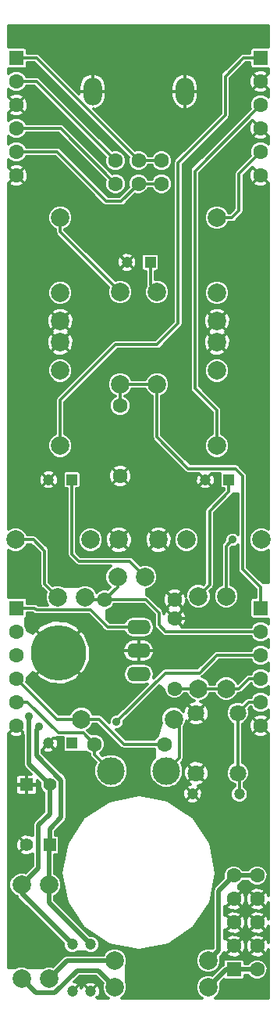
<source format=gtl>
G04 #@! TF.FileFunction,Copper,L1,Top,Signal*
%FSLAX46Y46*%
G04 Gerber Fmt 4.6, Leading zero omitted, Abs format (unit mm)*
G04 Created by KiCad (PCBNEW (2016-08-20 BZR 7083)-product) date Sun Feb  5 21:12:02 2017*
%MOMM*%
%LPD*%
G01*
G04 APERTURE LIST*
%ADD10C,0.100000*%
%ADD11C,6.000000*%
%ADD12C,1.200000*%
%ADD13R,1.200000X1.200000*%
%ADD14R,1.400000X1.400000*%
%ADD15C,1.400000*%
%ADD16C,2.000000*%
%ADD17O,2.000000X3.000000*%
%ADD18C,1.600000*%
%ADD19C,1.800000*%
%ADD20R,1.600000X1.600000*%
%ADD21O,2.600000X1.600000*%
%ADD22C,3.000000*%
%ADD23C,0.900000*%
%ADD24C,0.300000*%
%ADD25C,0.500000*%
G04 APERTURE END LIST*
D10*
D11*
X5800000Y37800000D03*
D12*
X4730000Y28000000D03*
D13*
X7270000Y28000000D03*
D14*
X4850000Y17000000D03*
D15*
X2350000Y17000000D03*
D14*
X2350000Y23500000D03*
D15*
X4850000Y23500000D03*
D12*
X9300000Y6240000D03*
X9300000Y1160000D03*
X7300000Y1160000D03*
X7300000Y6240000D03*
X25440000Y22500000D03*
X20360000Y22500000D03*
D16*
X4800000Y2520000D03*
X4800000Y12680000D03*
X1800000Y2520000D03*
X1800000Y12680000D03*
X18300000Y30600000D03*
X8300000Y30600000D03*
X21000000Y33900000D03*
X21000000Y43900000D03*
X24000000Y33900000D03*
X24000000Y43900000D03*
X16500000Y66800000D03*
X16500000Y76800000D03*
X12500000Y66800000D03*
X12500000Y76800000D03*
D17*
X19500000Y98500000D03*
X9500000Y98500000D03*
D18*
X17000000Y91000000D03*
X14500000Y91000000D03*
X12000000Y91000000D03*
X12000000Y88500000D03*
X14500000Y88500000D03*
X17000000Y88500000D03*
D19*
X25250000Y31250000D03*
X25250000Y24750000D03*
X20750000Y31250000D03*
X20750000Y24750000D03*
D18*
X17300000Y27900000D03*
X9700000Y27900000D03*
X10800000Y43500000D03*
X18400000Y43500000D03*
X18400000Y33900000D03*
X18400000Y41500000D03*
X12500000Y64500000D03*
X12500000Y56900000D03*
D12*
X4730000Y56500000D03*
D13*
X7270000Y56500000D03*
D12*
X21730000Y56500000D03*
D13*
X24270000Y56500000D03*
D12*
X13230000Y80000000D03*
D13*
X15770000Y80000000D03*
D18*
X24830000Y13680000D03*
X27370000Y13680000D03*
X27370000Y11140000D03*
D20*
X24830000Y3520000D03*
D18*
X27370000Y3520000D03*
X24830000Y6060000D03*
X27370000Y6060000D03*
X24830000Y8600000D03*
X27370000Y8600000D03*
X24830000Y11140000D03*
D21*
X14500000Y35460000D03*
X14500000Y40540000D03*
X14500000Y38000000D03*
D16*
X11920000Y4500000D03*
X22080000Y4500000D03*
X22080000Y1600000D03*
X11920000Y1600000D03*
D18*
X1250000Y89400000D03*
X1250000Y91940000D03*
X1250000Y94480000D03*
X1250000Y97020000D03*
D20*
X1250000Y102100000D03*
D18*
X1250000Y99560000D03*
X1250000Y29900000D03*
X1250000Y32440000D03*
X1250000Y34980000D03*
X1250000Y37520000D03*
D20*
X1250000Y42600000D03*
D18*
X1250000Y40060000D03*
X27750000Y29900000D03*
X27750000Y32440000D03*
X27750000Y34980000D03*
X27750000Y37520000D03*
D20*
X27750000Y42600000D03*
D18*
X27750000Y40060000D03*
X27750000Y89400000D03*
X27750000Y91940000D03*
X27750000Y94480000D03*
X27750000Y97020000D03*
D20*
X27750000Y102100000D03*
D18*
X27750000Y99560000D03*
D16*
X9302000Y50000000D03*
X1174000Y50000000D03*
X12350000Y50000000D03*
X19698000Y50000000D03*
X27826000Y50000000D03*
X16650000Y50000000D03*
X6000000Y76698000D03*
X6000000Y84826000D03*
X6000000Y73650000D03*
X6000000Y68302000D03*
X6000000Y60174000D03*
X6000000Y71350000D03*
X23000000Y68302000D03*
X23000000Y60174000D03*
X23000000Y71350000D03*
X23000000Y76698000D03*
X23000000Y84826000D03*
X23000000Y73650000D03*
D22*
X17500000Y25000000D03*
X11500000Y25000000D03*
D16*
X15200000Y46000000D03*
X12200000Y46000000D03*
X5700000Y43800000D03*
X8700000Y43800000D03*
D23*
X10800000Y39600000D03*
X11700000Y42100000D03*
X10400000Y46500000D03*
X9300000Y75300000D03*
X28000000Y1200000D03*
X24100000Y1200000D03*
X13800000Y3200000D03*
X19800000Y3500000D03*
X21800000Y8700000D03*
X1100000Y4300000D03*
X1200000Y10700000D03*
X5300000Y5000000D03*
X8600000Y21600000D03*
X11500000Y27600000D03*
X15700000Y26600000D03*
X14500000Y24000000D03*
X27600000Y23000000D03*
X24300000Y18300000D03*
X22900000Y27800000D03*
X13600000Y29100000D03*
X16700000Y33000000D03*
X22400000Y35500000D03*
X26100000Y36200000D03*
X25600000Y42000000D03*
X20800000Y36500000D03*
X25600000Y38900000D03*
X26100000Y33200000D03*
X12500000Y32800000D03*
X5900000Y31900000D03*
X24900000Y48600000D03*
X26800000Y48500000D03*
X24900000Y54500000D03*
X23400000Y50400000D03*
X21300000Y51300000D03*
X23100000Y45800000D03*
X28100000Y45900000D03*
X8700000Y51900000D03*
X1300000Y52500000D03*
X6400000Y45800000D03*
X3000000Y44000000D03*
X2800000Y48600000D03*
X1700000Y65000000D03*
X1400000Y77900000D03*
X4300000Y82800000D03*
X7600000Y88400000D03*
X7600000Y83500000D03*
X27500000Y52000000D03*
X24400000Y61900000D03*
X27400000Y67000000D03*
X27700000Y77800000D03*
X23900000Y82400000D03*
X24200000Y86400000D03*
X21800000Y89100000D03*
X17300000Y86500000D03*
X21000000Y58900000D03*
X18800000Y66300000D03*
X17000000Y54300000D03*
X16400000Y59200000D03*
X14600000Y65000000D03*
X7900000Y60400000D03*
X9600000Y66700000D03*
X14600000Y68900000D03*
X19600000Y72700000D03*
X19700000Y81500000D03*
X19800000Y90500000D03*
X24800000Y95500000D03*
X27400000Y104500000D03*
X18400000Y92500000D03*
X14800000Y98400000D03*
X11000000Y103200000D03*
X2600000Y93200000D03*
X10300000Y88900000D03*
X6500000Y95300000D03*
X10300000Y91500000D03*
X1200000Y104700000D03*
X2800000Y100700000D03*
X11500000Y92700000D03*
X24700000Y50000000D03*
X3700000Y29800000D03*
X2600000Y30900000D03*
X12100000Y30300000D03*
D24*
X6400000Y45800000D02*
X9700000Y45800000D01*
X9700000Y45800000D02*
X10400000Y46500000D01*
X4730000Y28000000D02*
X4100000Y27370000D01*
X4100000Y27370000D02*
X4100000Y27200000D01*
X4730000Y28000000D02*
X5230000Y28500000D01*
X5230000Y28500000D02*
X5800000Y28500000D01*
X21730000Y56500000D02*
X21130000Y57100000D01*
X21130000Y57100000D02*
X20800000Y57100000D01*
X21730000Y56500000D02*
X22330000Y57100000D01*
X22330000Y57100000D02*
X22700000Y57100000D01*
X24100000Y1200000D02*
X28000000Y1200000D01*
X19800000Y6700000D02*
X19800000Y3500000D01*
X21800000Y8700000D02*
X19800000Y6700000D01*
X1200000Y9100000D02*
X1200000Y10700000D01*
X5300000Y5000000D02*
X1200000Y9100000D01*
X4730000Y28000000D02*
X8600000Y24130000D01*
X8600000Y24130000D02*
X8600000Y21600000D01*
X14500000Y25400000D02*
X15700000Y26600000D01*
X14500000Y24000000D02*
X14500000Y25400000D01*
X27600000Y23000000D02*
X27600000Y21600000D01*
X27600000Y21600000D02*
X24300000Y18300000D01*
X20750000Y24750000D02*
X22900000Y26900000D01*
X22900000Y26900000D02*
X22900000Y27800000D01*
X20750000Y31250000D02*
X19600000Y32400000D01*
X17300000Y32400000D02*
X16700000Y33000000D01*
X19600000Y32400000D02*
X17300000Y32400000D01*
X22400000Y35500000D02*
X23100000Y36200000D01*
X23100000Y36200000D02*
X26100000Y36200000D01*
X25100000Y41500000D02*
X25600000Y42000000D01*
X25100000Y41500000D02*
X18400000Y41500000D01*
X23200000Y38900000D02*
X20800000Y36500000D01*
X25600000Y38900000D02*
X23200000Y38900000D01*
X12000000Y32300000D02*
X12500000Y32800000D01*
X6300000Y32300000D02*
X12000000Y32300000D01*
X5900000Y31900000D02*
X6300000Y32300000D01*
X24900000Y54500000D02*
X24900000Y51900000D01*
X24900000Y51900000D02*
X23400000Y50400000D01*
X21730000Y56500000D02*
X19900000Y54670000D01*
X19900000Y52700000D02*
X21300000Y51300000D01*
X19900000Y54670000D02*
X19900000Y52700000D01*
X1300000Y52500000D02*
X2900000Y52500000D01*
X2900000Y52500000D02*
X6400000Y49000000D01*
X6400000Y49000000D02*
X6400000Y45800000D01*
X3000000Y48400000D02*
X3000000Y44000000D01*
X2800000Y48600000D02*
X3000000Y48400000D01*
X6000000Y73650000D02*
X1700000Y69350000D01*
X1700000Y69350000D02*
X1700000Y65000000D01*
X1250000Y89400000D02*
X4300000Y86350000D01*
X1750000Y77900000D02*
X6000000Y73650000D01*
X1400000Y77900000D02*
X1750000Y77900000D01*
X4300000Y86350000D02*
X4300000Y82800000D01*
X27750000Y29900000D02*
X28600000Y29050000D01*
X28600000Y29050000D02*
X28600000Y28800000D01*
X27750000Y29900000D02*
X28600000Y30750000D01*
X28600000Y30750000D02*
X28600000Y30900000D01*
X1250000Y29900000D02*
X1900000Y29250000D01*
X1900000Y29250000D02*
X1900000Y28600000D01*
X1250000Y29900000D02*
X500000Y29150000D01*
X500000Y29150000D02*
X500000Y28900000D01*
X27750000Y94480000D02*
X28500000Y93730000D01*
X28500000Y93730000D02*
X28500000Y93400000D01*
X27750000Y94480000D02*
X26930000Y95300000D01*
X26930000Y95300000D02*
X26800000Y95300000D01*
X27750000Y99560000D02*
X28500000Y100310000D01*
X28500000Y100310000D02*
X28500000Y100600000D01*
X27750000Y99560000D02*
X28500000Y98810000D01*
X28500000Y98810000D02*
X28500000Y98300000D01*
X1250000Y97020000D02*
X400000Y97870000D01*
X400000Y97870000D02*
X400000Y98300000D01*
X1250000Y97020000D02*
X400000Y96170000D01*
X400000Y96170000D02*
X400000Y95900000D01*
X1250000Y89400000D02*
X500000Y90150000D01*
X500000Y90150000D02*
X500000Y90700000D01*
X1250000Y89400000D02*
X500000Y88650000D01*
X500000Y88650000D02*
X500000Y88400000D01*
X7600000Y83500000D02*
X7600000Y88400000D01*
X23000000Y71350000D02*
X27350000Y67000000D01*
X27500000Y58800000D02*
X27500000Y52000000D01*
X24400000Y61900000D02*
X27500000Y58800000D01*
X27350000Y67000000D02*
X27400000Y67000000D01*
X27750000Y89400000D02*
X26200000Y87850000D01*
X27150000Y77800000D02*
X23000000Y73650000D01*
X27700000Y77800000D02*
X27150000Y77800000D01*
X26200000Y84700000D02*
X23900000Y82400000D01*
X26200000Y87850000D02*
X26200000Y84700000D01*
X27750000Y89400000D02*
X28500000Y88650000D01*
X28500000Y88650000D02*
X28500000Y88400000D01*
X27750000Y89400000D02*
X26950000Y90200000D01*
X26950000Y90200000D02*
X26900000Y90200000D01*
X27750000Y94480000D02*
X22370000Y89100000D01*
X22370000Y89100000D02*
X21800000Y89100000D01*
X13230000Y80000000D02*
X17300000Y84070000D01*
X17300000Y84070000D02*
X17300000Y86500000D01*
X19600000Y72700000D02*
X18800000Y71900000D01*
X18800000Y71900000D02*
X18800000Y66300000D01*
X12500000Y56900000D02*
X14600000Y59000000D01*
X14600000Y59000000D02*
X14600000Y65000000D01*
X9000000Y60400000D02*
X12500000Y56900000D01*
X7900000Y60400000D02*
X9000000Y60400000D01*
X11800000Y68900000D02*
X9600000Y66700000D01*
X14600000Y68900000D02*
X11800000Y68900000D01*
X19700000Y72800000D02*
X19600000Y72700000D01*
X19700000Y81500000D02*
X19700000Y72800000D01*
X24800000Y95500000D02*
X19800000Y90500000D01*
X19500000Y98500000D02*
X19500000Y101900000D01*
X22100000Y104500000D02*
X27400000Y104500000D01*
X19500000Y101900000D02*
X22100000Y104500000D01*
X14800000Y99400000D02*
X14800000Y98400000D01*
X11000000Y103200000D02*
X14800000Y99400000D01*
X6000000Y93200000D02*
X2600000Y93200000D01*
X10300000Y88900000D02*
X6000000Y93200000D01*
X10300000Y91500000D02*
X6500000Y95300000D01*
X3500000Y100700000D02*
X2800000Y100700000D01*
X11500000Y92700000D02*
X3500000Y100700000D01*
X9700000Y27900000D02*
X8500000Y29100000D01*
X2460000Y32440000D02*
X1250000Y32440000D01*
X5800000Y29100000D02*
X2460000Y32440000D01*
X8500000Y29100000D02*
X5800000Y29100000D01*
X11500000Y25000000D02*
X9700000Y26800000D01*
X9700000Y26800000D02*
X9700000Y27900000D01*
D25*
X4800000Y2520000D02*
X6780000Y4500000D01*
X6780000Y4500000D02*
X11920000Y4500000D01*
X1800000Y2520000D02*
X3320000Y1000000D01*
X10120000Y3400000D02*
X11920000Y1600000D01*
X7800000Y3400000D02*
X10120000Y3400000D01*
X5400000Y1000000D02*
X7800000Y3400000D01*
X3320000Y1000000D02*
X5400000Y1000000D01*
D24*
X8300000Y30600000D02*
X5630000Y30600000D01*
X5630000Y30600000D02*
X1250000Y34980000D01*
X17300000Y27900000D02*
X12900000Y27900000D01*
X10200000Y30600000D02*
X8300000Y30600000D01*
X12900000Y27900000D02*
X10200000Y30600000D01*
X15200000Y46000000D02*
X13500000Y47700000D01*
X8000000Y47700000D02*
X7270000Y48430000D01*
X13500000Y47700000D02*
X8000000Y47700000D01*
X7270000Y48430000D02*
X7270000Y56500000D01*
X3100000Y50000000D02*
X4300000Y48800000D01*
X1174000Y50000000D02*
X3100000Y50000000D01*
X4300000Y45200000D02*
X5700000Y43800000D01*
X4300000Y48800000D02*
X4300000Y45200000D01*
X21000000Y43900000D02*
X22200000Y45100000D01*
X24270000Y55170000D02*
X24270000Y56500000D01*
X22200000Y53100000D02*
X24270000Y55170000D01*
X22200000Y45100000D02*
X22200000Y53100000D01*
X24000000Y43900000D02*
X24000000Y49300000D01*
X24000000Y49300000D02*
X24700000Y50000000D01*
X16500000Y76800000D02*
X15770000Y77530000D01*
X15770000Y77530000D02*
X15770000Y80000000D01*
X12500000Y76800000D02*
X6000000Y83300000D01*
X6000000Y83300000D02*
X6000000Y84826000D01*
D25*
X24830000Y13680000D02*
X27370000Y13680000D01*
X22080000Y4500000D02*
X23200000Y5620000D01*
X23200000Y12050000D02*
X24830000Y13680000D01*
X23200000Y5620000D02*
X23200000Y12050000D01*
X24830000Y3520000D02*
X24000000Y3520000D01*
X24000000Y3520000D02*
X22080000Y1600000D01*
X27370000Y3520000D02*
X24830000Y3520000D01*
D24*
X17500000Y25000000D02*
X18900000Y26400000D01*
X18900000Y26400000D02*
X18900000Y30000000D01*
X18900000Y30000000D02*
X18300000Y30600000D01*
X23000000Y84826000D02*
X24626000Y84826000D01*
X25400000Y89590000D02*
X27750000Y91940000D01*
X25400000Y85600000D02*
X25400000Y89590000D01*
X24626000Y84826000D02*
X25400000Y85600000D01*
X23000000Y60174000D02*
X23000000Y64000000D01*
X20600000Y89870000D02*
X27750000Y97020000D01*
X20600000Y66400000D02*
X20600000Y89870000D01*
X23000000Y64000000D02*
X20600000Y66400000D01*
X6000000Y60174000D02*
X6000000Y65100000D01*
X25900000Y102100000D02*
X27750000Y102100000D01*
X23900000Y100100000D02*
X25900000Y102100000D01*
X23900000Y95900000D02*
X23900000Y100100000D01*
X18800000Y90800000D02*
X23900000Y95900000D01*
X18800000Y73400000D02*
X18800000Y90800000D01*
X16500000Y71100000D02*
X18800000Y73400000D01*
X12000000Y71100000D02*
X16500000Y71100000D01*
X6000000Y65100000D02*
X12000000Y71100000D01*
X14500000Y91000000D02*
X3400000Y102100000D01*
X3400000Y102100000D02*
X1250000Y102100000D01*
X17000000Y91000000D02*
X14500000Y91000000D01*
X12000000Y91000000D02*
X3440000Y99560000D01*
X3440000Y99560000D02*
X1250000Y99560000D01*
X12000000Y88500000D02*
X6020000Y94480000D01*
X6020000Y94480000D02*
X1250000Y94480000D01*
X14500000Y88500000D02*
X17000000Y88500000D01*
X1250000Y91940000D02*
X5660000Y91940000D01*
X12600000Y86600000D02*
X14500000Y88500000D01*
X11000000Y86600000D02*
X12600000Y86600000D01*
X5660000Y91940000D02*
X11000000Y86600000D01*
D25*
X3700000Y29800000D02*
X3400000Y29500000D01*
X3400000Y29500000D02*
X3400000Y26700000D01*
X3400000Y26700000D02*
X6100000Y24000000D01*
X6100000Y24000000D02*
X6100000Y20000000D01*
X6100000Y20000000D02*
X4850000Y18750000D01*
X4850000Y17000000D02*
X4850000Y18750000D01*
X4800000Y12680000D02*
X4800000Y10740000D01*
X4800000Y10740000D02*
X9300000Y6240000D01*
X4800000Y12680000D02*
X4800000Y16950000D01*
X1800000Y12680000D02*
X3600000Y14480000D01*
X4850000Y20350000D02*
X4850000Y23500000D01*
X3600000Y19100000D02*
X4850000Y20350000D01*
X3600000Y14480000D02*
X3600000Y19100000D01*
X7300000Y6240000D02*
X1800000Y11740000D01*
X1800000Y11740000D02*
X1800000Y12680000D01*
X2600000Y30900000D02*
X2600000Y25750000D01*
X2600000Y25750000D02*
X4850000Y23500000D01*
D24*
X25250000Y31250000D02*
X26440000Y32440000D01*
X26440000Y32440000D02*
X27750000Y32440000D01*
X25250000Y24750000D02*
X25250000Y31250000D01*
X25440000Y22500000D02*
X25440000Y24560000D01*
X10800000Y43500000D02*
X15300000Y43500000D01*
X17440000Y40060000D02*
X27750000Y40060000D01*
X16700000Y40800000D02*
X17440000Y40060000D01*
X16700000Y42100000D02*
X16700000Y40800000D01*
X15300000Y43500000D02*
X16700000Y42100000D01*
X10800000Y43500000D02*
X12200000Y44900000D01*
X12200000Y44900000D02*
X12200000Y46000000D01*
X8700000Y43800000D02*
X9000000Y43500000D01*
X9000000Y43500000D02*
X10800000Y43500000D01*
X21000000Y33900000D02*
X18400000Y33900000D01*
X24000000Y33900000D02*
X21000000Y33900000D01*
X27750000Y34980000D02*
X26480000Y34980000D01*
X25400000Y33900000D02*
X24000000Y33900000D01*
X26480000Y34980000D02*
X25400000Y33900000D01*
X27750000Y42600000D02*
X27750000Y44850000D01*
X16500000Y61100000D02*
X16500000Y66800000D01*
X19900000Y57700000D02*
X16500000Y61100000D01*
X25000000Y57700000D02*
X19900000Y57700000D01*
X25800000Y56900000D02*
X25000000Y57700000D01*
X25800000Y46800000D02*
X25800000Y56900000D01*
X27750000Y44850000D02*
X25800000Y46800000D01*
X12500000Y64500000D02*
X12500000Y66800000D01*
X12500000Y66800000D02*
X16500000Y66800000D01*
X14500000Y40540000D02*
X11160000Y40540000D01*
X3200000Y42600000D02*
X1250000Y42600000D01*
X3400000Y42400000D02*
X3200000Y42600000D01*
X9300000Y42400000D02*
X3400000Y42400000D01*
X11160000Y40540000D02*
X9300000Y42400000D01*
X27750000Y37520000D02*
X23020000Y37520000D01*
X17400000Y35600000D02*
X12100000Y30300000D01*
X21100000Y35600000D02*
X17400000Y35600000D01*
X23020000Y37520000D02*
X21100000Y35600000D01*
G36*
X26757544Y34318114D02*
X27086383Y33988700D01*
X27516252Y33810203D01*
X27981706Y33809797D01*
X28411886Y33987544D01*
X28580000Y34155365D01*
X28580000Y33264626D01*
X28413617Y33431300D01*
X27983748Y33609797D01*
X27518294Y33610203D01*
X27088114Y33432456D01*
X26758700Y33103617D01*
X26699065Y32960000D01*
X26440005Y32960000D01*
X26440000Y32960001D01*
X26241004Y32920417D01*
X26173433Y32875267D01*
X26072304Y32807696D01*
X26072302Y32807693D01*
X25702041Y32437432D01*
X25503727Y32519779D01*
X24998490Y32520220D01*
X24531542Y32327282D01*
X24173974Y31970337D01*
X23980221Y31503727D01*
X23979780Y30998490D01*
X24172718Y30531542D01*
X24529663Y30173974D01*
X24730000Y30090787D01*
X24730000Y25909283D01*
X24531542Y25827282D01*
X24173974Y25470337D01*
X23980221Y25003727D01*
X23979780Y24498490D01*
X24172718Y24031542D01*
X24529663Y23673974D01*
X24920000Y23511892D01*
X24920000Y23334681D01*
X24891257Y23322805D01*
X24618154Y23050178D01*
X24470169Y22693791D01*
X24469832Y22307902D01*
X24617195Y21951257D01*
X24889822Y21678154D01*
X25246209Y21530169D01*
X25632098Y21529832D01*
X25988743Y21677195D01*
X26261846Y21949822D01*
X26409831Y22306209D01*
X26410168Y22692098D01*
X26262805Y23048743D01*
X25990178Y23321846D01*
X25960000Y23334377D01*
X25960000Y23669223D01*
X25968458Y23672718D01*
X26326026Y24029663D01*
X26519779Y24496273D01*
X26520220Y25001510D01*
X26327282Y25468458D01*
X25970337Y25826026D01*
X25770000Y25909213D01*
X25770000Y29688871D01*
X26474514Y29688871D01*
X26652401Y29216836D01*
X26698804Y29147386D01*
X26912214Y29074942D01*
X27737272Y29900000D01*
X26912214Y30725058D01*
X26698804Y30652614D01*
X26490809Y30193050D01*
X26474514Y29688871D01*
X25770000Y29688871D01*
X25770000Y30090717D01*
X25968458Y30172718D01*
X26326026Y30529663D01*
X26519779Y30996273D01*
X26520220Y31501510D01*
X26437383Y31701992D01*
X26655391Y31920000D01*
X26698918Y31920000D01*
X26757544Y31778114D01*
X27086383Y31448700D01*
X27516252Y31270203D01*
X27981706Y31269797D01*
X28411886Y31447544D01*
X28580000Y31615365D01*
X28580000Y30742731D01*
X28575057Y30737788D01*
X28502614Y30951196D01*
X28043050Y31159191D01*
X27538871Y31175486D01*
X27066836Y30997599D01*
X26997386Y30951196D01*
X26924942Y30737786D01*
X27750000Y29912728D01*
X27764142Y29926870D01*
X27776870Y29914142D01*
X27762728Y29900000D01*
X27776870Y29885858D01*
X27764142Y29873130D01*
X27750000Y29887272D01*
X26924942Y29062214D01*
X26997386Y28848804D01*
X27456950Y28640809D01*
X27961129Y28624514D01*
X28433164Y28802401D01*
X28502614Y28848804D01*
X28575057Y29062212D01*
X28580000Y29057269D01*
X28580000Y11524900D01*
X28467599Y11823164D01*
X28421196Y11892614D01*
X28207786Y11965058D01*
X27382728Y11140000D01*
X28207786Y10314942D01*
X28421196Y10387386D01*
X28580000Y10738263D01*
X28580000Y8984900D01*
X28467599Y9283164D01*
X28421196Y9352614D01*
X28207786Y9425058D01*
X27382728Y8600000D01*
X28207786Y7774942D01*
X28421196Y7847386D01*
X28580000Y8198263D01*
X28580000Y6444900D01*
X28467599Y6743164D01*
X28421196Y6812614D01*
X28207786Y6885058D01*
X27382728Y6060000D01*
X28207786Y5234942D01*
X28421196Y5307386D01*
X28580000Y5658263D01*
X28580000Y420000D01*
X22811724Y420000D01*
X22855029Y437893D01*
X23240752Y822944D01*
X23449762Y1326295D01*
X23450237Y1871314D01*
X23385296Y2028484D01*
X23791307Y2434495D01*
X23885633Y2371468D01*
X24030000Y2342752D01*
X25630000Y2342752D01*
X25774367Y2371468D01*
X25896755Y2453245D01*
X25978532Y2575633D01*
X26007248Y2720000D01*
X26007248Y2900000D01*
X26360237Y2900000D01*
X26377544Y2858114D01*
X26706383Y2528700D01*
X27136252Y2350203D01*
X27601706Y2349797D01*
X28031886Y2527544D01*
X28361300Y2856383D01*
X28539797Y3286252D01*
X28540203Y3751706D01*
X28362456Y4181886D01*
X28033617Y4511300D01*
X27603748Y4689797D01*
X27138294Y4690203D01*
X26708114Y4512456D01*
X26378700Y4183617D01*
X26360589Y4140000D01*
X26007248Y4140000D01*
X26007248Y4320000D01*
X25978532Y4464367D01*
X25896755Y4586755D01*
X25774367Y4668532D01*
X25630000Y4697248D01*
X24030000Y4697248D01*
X23885633Y4668532D01*
X23763245Y4586755D01*
X23681468Y4464367D01*
X23652752Y4320000D01*
X23652752Y4019316D01*
X23561594Y3958406D01*
X22508623Y2905435D01*
X22353705Y2969762D01*
X21808686Y2970237D01*
X21304971Y2762107D01*
X20919248Y2377056D01*
X20710238Y1873705D01*
X20709763Y1328686D01*
X20917893Y824971D01*
X21302944Y439248D01*
X21349298Y420000D01*
X12651724Y420000D01*
X12695029Y437893D01*
X13080752Y822944D01*
X13289762Y1326295D01*
X13290237Y1871314D01*
X13150000Y2210715D01*
X13150000Y3889711D01*
X13289762Y4226295D01*
X13289764Y4228686D01*
X20709763Y4228686D01*
X20917893Y3724971D01*
X21302944Y3339248D01*
X21806295Y3130238D01*
X22351314Y3129763D01*
X22855029Y3337893D01*
X23240752Y3722944D01*
X23449762Y4226295D01*
X23450237Y4771314D01*
X23385296Y4928484D01*
X23638406Y5181594D01*
X23665547Y5222214D01*
X24004942Y5222214D01*
X24077386Y5008804D01*
X24536950Y4800809D01*
X25041129Y4784514D01*
X25513164Y4962401D01*
X25582614Y5008804D01*
X25655058Y5222214D01*
X26544942Y5222214D01*
X26617386Y5008804D01*
X27076950Y4800809D01*
X27581129Y4784514D01*
X28053164Y4962401D01*
X28122614Y5008804D01*
X28195058Y5222214D01*
X27370000Y6047272D01*
X26544942Y5222214D01*
X25655058Y5222214D01*
X24830000Y6047272D01*
X24004942Y5222214D01*
X23665547Y5222214D01*
X23700837Y5275029D01*
X23750631Y5349551D01*
X23778804Y5307386D01*
X23992214Y5234942D01*
X24817272Y6060000D01*
X24842728Y6060000D01*
X25667786Y5234942D01*
X25881196Y5307386D01*
X26089191Y5766950D01*
X26091838Y5848871D01*
X26094514Y5848871D01*
X26272401Y5376836D01*
X26318804Y5307386D01*
X26532214Y5234942D01*
X27357272Y6060000D01*
X26532214Y6885058D01*
X26318804Y6812614D01*
X26110809Y6353050D01*
X26094514Y5848871D01*
X26091838Y5848871D01*
X26105486Y6271129D01*
X25927599Y6743164D01*
X25881196Y6812614D01*
X25667786Y6885058D01*
X24842728Y6060000D01*
X24817272Y6060000D01*
X23992214Y6885058D01*
X23820000Y6826598D01*
X23820000Y6897786D01*
X24004942Y6897786D01*
X24830000Y6072728D01*
X25655058Y6897786D01*
X26544942Y6897786D01*
X27370000Y6072728D01*
X28195058Y6897786D01*
X28122614Y7111196D01*
X27663050Y7319191D01*
X27158871Y7335486D01*
X26686836Y7157599D01*
X26617386Y7111196D01*
X26544942Y6897786D01*
X25655058Y6897786D01*
X25582614Y7111196D01*
X25123050Y7319191D01*
X24618871Y7335486D01*
X24146836Y7157599D01*
X24077386Y7111196D01*
X24004942Y6897786D01*
X23820000Y6897786D01*
X23820000Y7762214D01*
X24004942Y7762214D01*
X24077386Y7548804D01*
X24536950Y7340809D01*
X25041129Y7324514D01*
X25513164Y7502401D01*
X25582614Y7548804D01*
X25655058Y7762214D01*
X26544942Y7762214D01*
X26617386Y7548804D01*
X27076950Y7340809D01*
X27581129Y7324514D01*
X28053164Y7502401D01*
X28122614Y7548804D01*
X28195058Y7762214D01*
X27370000Y8587272D01*
X26544942Y7762214D01*
X25655058Y7762214D01*
X24830000Y8587272D01*
X24004942Y7762214D01*
X23820000Y7762214D01*
X23820000Y7833402D01*
X23992214Y7774942D01*
X24817272Y8600000D01*
X24842728Y8600000D01*
X25667786Y7774942D01*
X25881196Y7847386D01*
X26089191Y8306950D01*
X26091838Y8388871D01*
X26094514Y8388871D01*
X26272401Y7916836D01*
X26318804Y7847386D01*
X26532214Y7774942D01*
X27357272Y8600000D01*
X26532214Y9425058D01*
X26318804Y9352614D01*
X26110809Y8893050D01*
X26094514Y8388871D01*
X26091838Y8388871D01*
X26105486Y8811129D01*
X25927599Y9283164D01*
X25881196Y9352614D01*
X25667786Y9425058D01*
X24842728Y8600000D01*
X24817272Y8600000D01*
X23992214Y9425058D01*
X23820000Y9366598D01*
X23820000Y9437786D01*
X24004942Y9437786D01*
X24830000Y8612728D01*
X25655058Y9437786D01*
X26544942Y9437786D01*
X27370000Y8612728D01*
X28195058Y9437786D01*
X28122614Y9651196D01*
X27663050Y9859191D01*
X27158871Y9875486D01*
X26686836Y9697599D01*
X26617386Y9651196D01*
X26544942Y9437786D01*
X25655058Y9437786D01*
X25582614Y9651196D01*
X25123050Y9859191D01*
X24618871Y9875486D01*
X24146836Y9697599D01*
X24077386Y9651196D01*
X24004942Y9437786D01*
X23820000Y9437786D01*
X23820000Y10302214D01*
X24004942Y10302214D01*
X24077386Y10088804D01*
X24536950Y9880809D01*
X25041129Y9864514D01*
X25513164Y10042401D01*
X25582614Y10088804D01*
X25655058Y10302214D01*
X26544942Y10302214D01*
X26617386Y10088804D01*
X27076950Y9880809D01*
X27581129Y9864514D01*
X28053164Y10042401D01*
X28122614Y10088804D01*
X28195058Y10302214D01*
X27370000Y11127272D01*
X26544942Y10302214D01*
X25655058Y10302214D01*
X24830000Y11127272D01*
X24004942Y10302214D01*
X23820000Y10302214D01*
X23820000Y10373402D01*
X23992214Y10314942D01*
X24817272Y11140000D01*
X24842728Y11140000D01*
X25667786Y10314942D01*
X25881196Y10387386D01*
X26089191Y10846950D01*
X26091838Y10928871D01*
X26094514Y10928871D01*
X26272401Y10456836D01*
X26318804Y10387386D01*
X26532214Y10314942D01*
X27357272Y11140000D01*
X26532214Y11965058D01*
X26318804Y11892614D01*
X26110809Y11433050D01*
X26094514Y10928871D01*
X26091838Y10928871D01*
X26105486Y11351129D01*
X25927599Y11823164D01*
X25881196Y11892614D01*
X25667786Y11965058D01*
X24842728Y11140000D01*
X24817272Y11140000D01*
X24803130Y11154142D01*
X24815858Y11166870D01*
X24830000Y11152728D01*
X25655058Y11977786D01*
X26544942Y11977786D01*
X27370000Y11152728D01*
X28195058Y11977786D01*
X28122614Y12191196D01*
X27663050Y12399191D01*
X27158871Y12415486D01*
X26686836Y12237599D01*
X26617386Y12191196D01*
X26544942Y11977786D01*
X25655058Y11977786D01*
X25582614Y12191196D01*
X25350000Y12296475D01*
X25350000Y12628918D01*
X25491886Y12687544D01*
X25821300Y13016383D01*
X25839411Y13060000D01*
X26360237Y13060000D01*
X26377544Y13018114D01*
X26706383Y12688700D01*
X27136252Y12510203D01*
X27601706Y12509797D01*
X28031886Y12687544D01*
X28361300Y13016383D01*
X28539797Y13446252D01*
X28540203Y13911706D01*
X28362456Y14341886D01*
X28033617Y14671300D01*
X27603748Y14849797D01*
X27138294Y14850203D01*
X26708114Y14672456D01*
X26378700Y14343617D01*
X26360589Y14300000D01*
X25839763Y14300000D01*
X25822456Y14341886D01*
X25493617Y14671300D01*
X25063748Y14849797D01*
X24598294Y14850203D01*
X24168114Y14672456D01*
X23838700Y14343617D01*
X23660203Y13913748D01*
X23659797Y13448294D01*
X23677833Y13404645D01*
X22761594Y12488406D01*
X22627195Y12287264D01*
X22580000Y12050000D01*
X22580000Y5876812D01*
X22508623Y5805435D01*
X22353705Y5869762D01*
X21808686Y5870237D01*
X21304971Y5662107D01*
X20919248Y5277056D01*
X20710238Y4773705D01*
X20709763Y4228686D01*
X13289764Y4228686D01*
X13290237Y4771314D01*
X13082107Y5275029D01*
X12697056Y5660752D01*
X12193705Y5869762D01*
X11648686Y5870237D01*
X11144971Y5662107D01*
X10759248Y5277056D01*
X10694033Y5120000D01*
X6780000Y5120000D01*
X6542736Y5072805D01*
X6446952Y5008804D01*
X6341594Y4938406D01*
X5228623Y3825435D01*
X5073705Y3889762D01*
X4528686Y3890237D01*
X4189285Y3750000D01*
X2410289Y3750000D01*
X2073705Y3889762D01*
X1528686Y3890237D01*
X1189285Y3750000D01*
X420000Y3750000D01*
X420000Y16804822D01*
X1175221Y16804822D01*
X1339337Y16370110D01*
X1381293Y16307318D01*
X1584314Y16247042D01*
X2337272Y17000000D01*
X1584314Y17752958D01*
X1381293Y17692682D01*
X1189954Y17269247D01*
X1175221Y16804822D01*
X420000Y16804822D01*
X420000Y23374000D01*
X1182000Y23374000D01*
X1182000Y22706909D01*
X1253249Y22534899D01*
X1384899Y22403249D01*
X1556909Y22332000D01*
X2224000Y22332000D01*
X2341000Y22449000D01*
X2341000Y23491000D01*
X2359000Y23491000D01*
X2359000Y22449000D01*
X2476000Y22332000D01*
X3143091Y22332000D01*
X3315101Y22403249D01*
X3446751Y22534899D01*
X3518000Y22706909D01*
X3518000Y23374000D01*
X3401000Y23491000D01*
X2359000Y23491000D01*
X2341000Y23491000D01*
X1299000Y23491000D01*
X1182000Y23374000D01*
X420000Y23374000D01*
X420000Y24293091D01*
X1182000Y24293091D01*
X1182000Y23626000D01*
X1299000Y23509000D01*
X2341000Y23509000D01*
X2341000Y24551000D01*
X2224000Y24668000D01*
X1556909Y24668000D01*
X1384899Y24596751D01*
X1253249Y24465101D01*
X1182000Y24293091D01*
X420000Y24293091D01*
X420000Y29057269D01*
X424943Y29062212D01*
X497386Y28848804D01*
X956950Y28640809D01*
X1461129Y28624514D01*
X1933164Y28802401D01*
X1980000Y28833694D01*
X1980000Y25750000D01*
X2027195Y25512736D01*
X2056781Y25468458D01*
X2161594Y25311594D01*
X2805188Y24668000D01*
X2476000Y24668000D01*
X2359000Y24551000D01*
X2359000Y23509000D01*
X3401000Y23509000D01*
X3518000Y23626000D01*
X3518000Y23955187D01*
X3780168Y23693019D01*
X3779814Y23288098D01*
X3942369Y22894685D01*
X4230000Y22606552D01*
X4230000Y20606812D01*
X3161594Y19538406D01*
X3027195Y19337264D01*
X2980000Y19100000D01*
X2980000Y17997031D01*
X2619247Y18160046D01*
X2154822Y18174779D01*
X1720110Y18010663D01*
X1657318Y17968707D01*
X1597042Y17765686D01*
X2350000Y17012728D01*
X2364142Y17026870D01*
X2376870Y17014142D01*
X2362728Y17000000D01*
X2376870Y16985858D01*
X2364142Y16973130D01*
X2350000Y16987272D01*
X1597042Y16234314D01*
X1657318Y16031293D01*
X2080753Y15839954D01*
X2545178Y15825221D01*
X2979890Y15989337D01*
X2980000Y15989410D01*
X2980000Y14736812D01*
X2228623Y13985435D01*
X2073705Y14049762D01*
X1528686Y14050237D01*
X1024971Y13842107D01*
X639248Y13457056D01*
X430238Y12953705D01*
X429763Y12408686D01*
X637893Y11904971D01*
X1022944Y11519248D01*
X1290357Y11408208D01*
X1361594Y11301594D01*
X6330081Y6333107D01*
X6329832Y6047902D01*
X6477195Y5691257D01*
X6749822Y5418154D01*
X7106209Y5270169D01*
X7492098Y5269832D01*
X7848743Y5417195D01*
X7881605Y5450000D01*
X8718032Y5450000D01*
X8749822Y5418154D01*
X9106209Y5270169D01*
X9492098Y5269832D01*
X9848743Y5417195D01*
X10121846Y5689822D01*
X10269831Y6046209D01*
X10270168Y6432098D01*
X10122805Y6788743D01*
X9850178Y7061846D01*
X9493791Y7209831D01*
X9206730Y7210082D01*
X5420000Y10996812D01*
X5420000Y11453837D01*
X5575029Y11517893D01*
X5960752Y11902944D01*
X6169762Y12406295D01*
X6170237Y12951314D01*
X5962107Y13455029D01*
X5577056Y13840752D01*
X5420000Y13905967D01*
X5420000Y14000000D01*
X6064390Y14000000D01*
X6706513Y10771832D01*
X8535123Y8035123D01*
X11271832Y6206513D01*
X14500000Y5564390D01*
X17728168Y6206513D01*
X20464877Y8035123D01*
X22293487Y10771832D01*
X22935610Y14000000D01*
X22293487Y17228168D01*
X20464877Y19964877D01*
X17728168Y21793487D01*
X17663190Y21806412D01*
X19679140Y21806412D01*
X19727250Y21613783D01*
X20114555Y21439099D01*
X20539228Y21425927D01*
X20936614Y21576274D01*
X20992750Y21613783D01*
X21040860Y21806412D01*
X20360000Y22487272D01*
X19679140Y21806412D01*
X17663190Y21806412D01*
X15077330Y22320772D01*
X19285927Y22320772D01*
X19436274Y21923386D01*
X19473783Y21867250D01*
X19666412Y21819140D01*
X20347272Y22500000D01*
X20372728Y22500000D01*
X21053588Y21819140D01*
X21246217Y21867250D01*
X21420901Y22254555D01*
X21434073Y22679228D01*
X21283726Y23076614D01*
X21246217Y23132750D01*
X21053588Y23180860D01*
X20372728Y22500000D01*
X20347272Y22500000D01*
X19666412Y23180860D01*
X19473783Y23132750D01*
X19299099Y22745445D01*
X19285927Y22320772D01*
X15077330Y22320772D01*
X14500000Y22435610D01*
X11271832Y21793487D01*
X8535123Y19964877D01*
X6706513Y17228168D01*
X6064390Y14000000D01*
X5420000Y14000000D01*
X5420000Y15922752D01*
X5550000Y15922752D01*
X5694367Y15951468D01*
X5816755Y16033245D01*
X5898532Y16155633D01*
X5927248Y16300000D01*
X5927248Y17700000D01*
X5898532Y17844367D01*
X5816755Y17966755D01*
X5694367Y18048532D01*
X5550000Y18077248D01*
X5470000Y18077248D01*
X5470000Y18493188D01*
X6538406Y19561594D01*
X6612715Y19672805D01*
X6672805Y19762736D01*
X6720000Y20000000D01*
X6720000Y24000000D01*
X6705518Y24072805D01*
X6672806Y24237263D01*
X6538406Y24438406D01*
X4020000Y26956812D01*
X4020000Y27277269D01*
X4049141Y27306410D01*
X4097250Y27113783D01*
X4484555Y26939099D01*
X4909228Y26925927D01*
X5306614Y27076274D01*
X5362750Y27113783D01*
X5410860Y27306412D01*
X4730000Y27987272D01*
X4715858Y27973130D01*
X4703130Y27985858D01*
X4717272Y28000000D01*
X4703130Y28014142D01*
X4715858Y28026870D01*
X4730000Y28012728D01*
X4744142Y28026870D01*
X4756870Y28014142D01*
X4742728Y28000000D01*
X5423588Y27319140D01*
X5616217Y27367250D01*
X5790901Y27754555D01*
X5804073Y28179228D01*
X5653726Y28576614D01*
X5628695Y28614075D01*
X5800000Y28580000D01*
X6292752Y28580000D01*
X6292752Y27400000D01*
X6321468Y27255633D01*
X6403245Y27133245D01*
X6525633Y27051468D01*
X6670000Y27022752D01*
X7870000Y27022752D01*
X8006987Y27050000D01*
X8895330Y27050000D01*
X9036383Y26908700D01*
X9180000Y26849065D01*
X9180000Y26800005D01*
X9179999Y26800000D01*
X9219583Y26601005D01*
X9332304Y26432304D01*
X9853514Y25911094D01*
X9630326Y25373598D01*
X9629677Y24629666D01*
X9913767Y23942114D01*
X10439347Y23415616D01*
X11126402Y23130326D01*
X11870334Y23129677D01*
X12557886Y23413767D01*
X13084384Y23939347D01*
X13369674Y24626402D01*
X13370323Y25370334D01*
X13086233Y26057886D01*
X12560653Y26584384D01*
X11873598Y26869674D01*
X11129666Y26870323D01*
X10588623Y26646769D01*
X10337800Y26897592D01*
X10361886Y26907544D01*
X10691300Y27236383D01*
X10869797Y27666252D01*
X10870203Y28131706D01*
X10692456Y28561886D01*
X10363617Y28891300D01*
X9933748Y29069797D01*
X9468294Y29070203D01*
X9324573Y29010819D01*
X8949405Y29385987D01*
X9075029Y29437893D01*
X9460752Y29822944D01*
X9567491Y30080000D01*
X9984608Y30080000D01*
X12532302Y27532307D01*
X12532304Y27532304D01*
X12695313Y27423386D01*
X12701005Y27419583D01*
X12900000Y27379999D01*
X12900005Y27380000D01*
X16248918Y27380000D01*
X16250000Y27377381D01*
X16250000Y26394454D01*
X15915616Y26060653D01*
X15630326Y25373598D01*
X15629677Y24629666D01*
X15913767Y23942114D01*
X16439347Y23415616D01*
X17126402Y23130326D01*
X17870334Y23129677D01*
X18025010Y23193588D01*
X19679140Y23193588D01*
X20360000Y22512728D01*
X21040860Y23193588D01*
X20994237Y23380264D01*
X21486440Y23565464D01*
X21562545Y23616315D01*
X21647155Y23840117D01*
X20750000Y24737272D01*
X19852845Y23840117D01*
X19937455Y23616315D01*
X20098960Y23543120D01*
X19783386Y23423726D01*
X19727250Y23386217D01*
X19679140Y23193588D01*
X18025010Y23193588D01*
X18557886Y23413767D01*
X19084384Y23939347D01*
X19326704Y24522920D01*
X19373808Y24522920D01*
X19565464Y24013560D01*
X19616315Y23937455D01*
X19840117Y23852845D01*
X20737272Y24750000D01*
X20762728Y24750000D01*
X21659883Y23852845D01*
X21883685Y23937455D01*
X22108335Y24433148D01*
X22126192Y24977080D01*
X21934536Y25486440D01*
X21883685Y25562545D01*
X21659883Y25647155D01*
X20762728Y24750000D01*
X20737272Y24750000D01*
X19840117Y25647155D01*
X19616315Y25562545D01*
X19391665Y25066852D01*
X19373808Y24522920D01*
X19326704Y24522920D01*
X19369674Y24626402D01*
X19370323Y25370334D01*
X19250685Y25659883D01*
X19852845Y25659883D01*
X20750000Y24762728D01*
X21647155Y25659883D01*
X21562545Y25883685D01*
X21066852Y26108335D01*
X20522920Y26126192D01*
X20013560Y25934536D01*
X19937455Y25883685D01*
X19852845Y25659883D01*
X19250685Y25659883D01*
X19146769Y25911377D01*
X19267696Y26032304D01*
X19380417Y26201005D01*
X19420001Y26400000D01*
X19420000Y26400005D01*
X19420000Y29782263D01*
X19460752Y29822944D01*
X19669762Y30326295D01*
X19669774Y30340117D01*
X19852845Y30340117D01*
X19937455Y30116315D01*
X20433148Y29891665D01*
X20977080Y29873808D01*
X21486440Y30065464D01*
X21562545Y30116315D01*
X21647155Y30340117D01*
X20750000Y31237272D01*
X19852845Y30340117D01*
X19669774Y30340117D01*
X19669841Y30417219D01*
X19840117Y30352845D01*
X20737272Y31250000D01*
X20762728Y31250000D01*
X21659883Y30352845D01*
X21883685Y30437455D01*
X22108335Y30933148D01*
X22126192Y31477080D01*
X21934536Y31986440D01*
X21883685Y32062545D01*
X21659883Y32147155D01*
X20762728Y31250000D01*
X20737272Y31250000D01*
X19840117Y32147155D01*
X19616315Y32062545D01*
X19391665Y31566852D01*
X19387811Y31449455D01*
X19077056Y31760752D01*
X18573705Y31969762D01*
X18028686Y31970237D01*
X17524971Y31762107D01*
X17139248Y31377056D01*
X16930238Y30873705D01*
X16929763Y30328686D01*
X16981461Y30203567D01*
X16556828Y28844741D01*
X16552826Y28807317D01*
X16308700Y28563617D01*
X16249065Y28420000D01*
X13115391Y28420000D01*
X12055353Y29480038D01*
X12262393Y29479858D01*
X12563886Y29604432D01*
X12794757Y29834901D01*
X12919858Y30136176D01*
X12920074Y30384682D01*
X16720370Y34184979D01*
X17229867Y33748267D01*
X17229797Y33668294D01*
X17407544Y33238114D01*
X17736383Y32908700D01*
X18166252Y32730203D01*
X18631706Y32729797D01*
X19061886Y32907544D01*
X19391300Y33236383D01*
X19450935Y33380000D01*
X19732518Y33380000D01*
X19837893Y33124971D01*
X20222944Y32739248D01*
X20508384Y32620723D01*
X20013560Y32434536D01*
X19937455Y32383685D01*
X19852845Y32159883D01*
X20750000Y31262728D01*
X21647155Y32159883D01*
X21562545Y32383685D01*
X21240162Y32529790D01*
X21271314Y32529763D01*
X21775029Y32737893D01*
X22160752Y33122944D01*
X22267491Y33380000D01*
X22732518Y33380000D01*
X22837893Y33124971D01*
X23222944Y32739248D01*
X23726295Y32530238D01*
X24271314Y32529763D01*
X24775029Y32737893D01*
X25160752Y33122944D01*
X25267491Y33380000D01*
X25399995Y33380000D01*
X25400000Y33379999D01*
X25598995Y33419583D01*
X25767696Y33532304D01*
X26695391Y34460000D01*
X26698918Y34460000D01*
X26757544Y34318114D01*
X26757544Y34318114D01*
G37*
X26757544Y34318114D02*
X27086383Y33988700D01*
X27516252Y33810203D01*
X27981706Y33809797D01*
X28411886Y33987544D01*
X28580000Y34155365D01*
X28580000Y33264626D01*
X28413617Y33431300D01*
X27983748Y33609797D01*
X27518294Y33610203D01*
X27088114Y33432456D01*
X26758700Y33103617D01*
X26699065Y32960000D01*
X26440005Y32960000D01*
X26440000Y32960001D01*
X26241004Y32920417D01*
X26173433Y32875267D01*
X26072304Y32807696D01*
X26072302Y32807693D01*
X25702041Y32437432D01*
X25503727Y32519779D01*
X24998490Y32520220D01*
X24531542Y32327282D01*
X24173974Y31970337D01*
X23980221Y31503727D01*
X23979780Y30998490D01*
X24172718Y30531542D01*
X24529663Y30173974D01*
X24730000Y30090787D01*
X24730000Y25909283D01*
X24531542Y25827282D01*
X24173974Y25470337D01*
X23980221Y25003727D01*
X23979780Y24498490D01*
X24172718Y24031542D01*
X24529663Y23673974D01*
X24920000Y23511892D01*
X24920000Y23334681D01*
X24891257Y23322805D01*
X24618154Y23050178D01*
X24470169Y22693791D01*
X24469832Y22307902D01*
X24617195Y21951257D01*
X24889822Y21678154D01*
X25246209Y21530169D01*
X25632098Y21529832D01*
X25988743Y21677195D01*
X26261846Y21949822D01*
X26409831Y22306209D01*
X26410168Y22692098D01*
X26262805Y23048743D01*
X25990178Y23321846D01*
X25960000Y23334377D01*
X25960000Y23669223D01*
X25968458Y23672718D01*
X26326026Y24029663D01*
X26519779Y24496273D01*
X26520220Y25001510D01*
X26327282Y25468458D01*
X25970337Y25826026D01*
X25770000Y25909213D01*
X25770000Y29688871D01*
X26474514Y29688871D01*
X26652401Y29216836D01*
X26698804Y29147386D01*
X26912214Y29074942D01*
X27737272Y29900000D01*
X26912214Y30725058D01*
X26698804Y30652614D01*
X26490809Y30193050D01*
X26474514Y29688871D01*
X25770000Y29688871D01*
X25770000Y30090717D01*
X25968458Y30172718D01*
X26326026Y30529663D01*
X26519779Y30996273D01*
X26520220Y31501510D01*
X26437383Y31701992D01*
X26655391Y31920000D01*
X26698918Y31920000D01*
X26757544Y31778114D01*
X27086383Y31448700D01*
X27516252Y31270203D01*
X27981706Y31269797D01*
X28411886Y31447544D01*
X28580000Y31615365D01*
X28580000Y30742731D01*
X28575057Y30737788D01*
X28502614Y30951196D01*
X28043050Y31159191D01*
X27538871Y31175486D01*
X27066836Y30997599D01*
X26997386Y30951196D01*
X26924942Y30737786D01*
X27750000Y29912728D01*
X27764142Y29926870D01*
X27776870Y29914142D01*
X27762728Y29900000D01*
X27776870Y29885858D01*
X27764142Y29873130D01*
X27750000Y29887272D01*
X26924942Y29062214D01*
X26997386Y28848804D01*
X27456950Y28640809D01*
X27961129Y28624514D01*
X28433164Y28802401D01*
X28502614Y28848804D01*
X28575057Y29062212D01*
X28580000Y29057269D01*
X28580000Y11524900D01*
X28467599Y11823164D01*
X28421196Y11892614D01*
X28207786Y11965058D01*
X27382728Y11140000D01*
X28207786Y10314942D01*
X28421196Y10387386D01*
X28580000Y10738263D01*
X28580000Y8984900D01*
X28467599Y9283164D01*
X28421196Y9352614D01*
X28207786Y9425058D01*
X27382728Y8600000D01*
X28207786Y7774942D01*
X28421196Y7847386D01*
X28580000Y8198263D01*
X28580000Y6444900D01*
X28467599Y6743164D01*
X28421196Y6812614D01*
X28207786Y6885058D01*
X27382728Y6060000D01*
X28207786Y5234942D01*
X28421196Y5307386D01*
X28580000Y5658263D01*
X28580000Y420000D01*
X22811724Y420000D01*
X22855029Y437893D01*
X23240752Y822944D01*
X23449762Y1326295D01*
X23450237Y1871314D01*
X23385296Y2028484D01*
X23791307Y2434495D01*
X23885633Y2371468D01*
X24030000Y2342752D01*
X25630000Y2342752D01*
X25774367Y2371468D01*
X25896755Y2453245D01*
X25978532Y2575633D01*
X26007248Y2720000D01*
X26007248Y2900000D01*
X26360237Y2900000D01*
X26377544Y2858114D01*
X26706383Y2528700D01*
X27136252Y2350203D01*
X27601706Y2349797D01*
X28031886Y2527544D01*
X28361300Y2856383D01*
X28539797Y3286252D01*
X28540203Y3751706D01*
X28362456Y4181886D01*
X28033617Y4511300D01*
X27603748Y4689797D01*
X27138294Y4690203D01*
X26708114Y4512456D01*
X26378700Y4183617D01*
X26360589Y4140000D01*
X26007248Y4140000D01*
X26007248Y4320000D01*
X25978532Y4464367D01*
X25896755Y4586755D01*
X25774367Y4668532D01*
X25630000Y4697248D01*
X24030000Y4697248D01*
X23885633Y4668532D01*
X23763245Y4586755D01*
X23681468Y4464367D01*
X23652752Y4320000D01*
X23652752Y4019316D01*
X23561594Y3958406D01*
X22508623Y2905435D01*
X22353705Y2969762D01*
X21808686Y2970237D01*
X21304971Y2762107D01*
X20919248Y2377056D01*
X20710238Y1873705D01*
X20709763Y1328686D01*
X20917893Y824971D01*
X21302944Y439248D01*
X21349298Y420000D01*
X12651724Y420000D01*
X12695029Y437893D01*
X13080752Y822944D01*
X13289762Y1326295D01*
X13290237Y1871314D01*
X13150000Y2210715D01*
X13150000Y3889711D01*
X13289762Y4226295D01*
X13289764Y4228686D01*
X20709763Y4228686D01*
X20917893Y3724971D01*
X21302944Y3339248D01*
X21806295Y3130238D01*
X22351314Y3129763D01*
X22855029Y3337893D01*
X23240752Y3722944D01*
X23449762Y4226295D01*
X23450237Y4771314D01*
X23385296Y4928484D01*
X23638406Y5181594D01*
X23665547Y5222214D01*
X24004942Y5222214D01*
X24077386Y5008804D01*
X24536950Y4800809D01*
X25041129Y4784514D01*
X25513164Y4962401D01*
X25582614Y5008804D01*
X25655058Y5222214D01*
X26544942Y5222214D01*
X26617386Y5008804D01*
X27076950Y4800809D01*
X27581129Y4784514D01*
X28053164Y4962401D01*
X28122614Y5008804D01*
X28195058Y5222214D01*
X27370000Y6047272D01*
X26544942Y5222214D01*
X25655058Y5222214D01*
X24830000Y6047272D01*
X24004942Y5222214D01*
X23665547Y5222214D01*
X23700837Y5275029D01*
X23750631Y5349551D01*
X23778804Y5307386D01*
X23992214Y5234942D01*
X24817272Y6060000D01*
X24842728Y6060000D01*
X25667786Y5234942D01*
X25881196Y5307386D01*
X26089191Y5766950D01*
X26091838Y5848871D01*
X26094514Y5848871D01*
X26272401Y5376836D01*
X26318804Y5307386D01*
X26532214Y5234942D01*
X27357272Y6060000D01*
X26532214Y6885058D01*
X26318804Y6812614D01*
X26110809Y6353050D01*
X26094514Y5848871D01*
X26091838Y5848871D01*
X26105486Y6271129D01*
X25927599Y6743164D01*
X25881196Y6812614D01*
X25667786Y6885058D01*
X24842728Y6060000D01*
X24817272Y6060000D01*
X23992214Y6885058D01*
X23820000Y6826598D01*
X23820000Y6897786D01*
X24004942Y6897786D01*
X24830000Y6072728D01*
X25655058Y6897786D01*
X26544942Y6897786D01*
X27370000Y6072728D01*
X28195058Y6897786D01*
X28122614Y7111196D01*
X27663050Y7319191D01*
X27158871Y7335486D01*
X26686836Y7157599D01*
X26617386Y7111196D01*
X26544942Y6897786D01*
X25655058Y6897786D01*
X25582614Y7111196D01*
X25123050Y7319191D01*
X24618871Y7335486D01*
X24146836Y7157599D01*
X24077386Y7111196D01*
X24004942Y6897786D01*
X23820000Y6897786D01*
X23820000Y7762214D01*
X24004942Y7762214D01*
X24077386Y7548804D01*
X24536950Y7340809D01*
X25041129Y7324514D01*
X25513164Y7502401D01*
X25582614Y7548804D01*
X25655058Y7762214D01*
X26544942Y7762214D01*
X26617386Y7548804D01*
X27076950Y7340809D01*
X27581129Y7324514D01*
X28053164Y7502401D01*
X28122614Y7548804D01*
X28195058Y7762214D01*
X27370000Y8587272D01*
X26544942Y7762214D01*
X25655058Y7762214D01*
X24830000Y8587272D01*
X24004942Y7762214D01*
X23820000Y7762214D01*
X23820000Y7833402D01*
X23992214Y7774942D01*
X24817272Y8600000D01*
X24842728Y8600000D01*
X25667786Y7774942D01*
X25881196Y7847386D01*
X26089191Y8306950D01*
X26091838Y8388871D01*
X26094514Y8388871D01*
X26272401Y7916836D01*
X26318804Y7847386D01*
X26532214Y7774942D01*
X27357272Y8600000D01*
X26532214Y9425058D01*
X26318804Y9352614D01*
X26110809Y8893050D01*
X26094514Y8388871D01*
X26091838Y8388871D01*
X26105486Y8811129D01*
X25927599Y9283164D01*
X25881196Y9352614D01*
X25667786Y9425058D01*
X24842728Y8600000D01*
X24817272Y8600000D01*
X23992214Y9425058D01*
X23820000Y9366598D01*
X23820000Y9437786D01*
X24004942Y9437786D01*
X24830000Y8612728D01*
X25655058Y9437786D01*
X26544942Y9437786D01*
X27370000Y8612728D01*
X28195058Y9437786D01*
X28122614Y9651196D01*
X27663050Y9859191D01*
X27158871Y9875486D01*
X26686836Y9697599D01*
X26617386Y9651196D01*
X26544942Y9437786D01*
X25655058Y9437786D01*
X25582614Y9651196D01*
X25123050Y9859191D01*
X24618871Y9875486D01*
X24146836Y9697599D01*
X24077386Y9651196D01*
X24004942Y9437786D01*
X23820000Y9437786D01*
X23820000Y10302214D01*
X24004942Y10302214D01*
X24077386Y10088804D01*
X24536950Y9880809D01*
X25041129Y9864514D01*
X25513164Y10042401D01*
X25582614Y10088804D01*
X25655058Y10302214D01*
X26544942Y10302214D01*
X26617386Y10088804D01*
X27076950Y9880809D01*
X27581129Y9864514D01*
X28053164Y10042401D01*
X28122614Y10088804D01*
X28195058Y10302214D01*
X27370000Y11127272D01*
X26544942Y10302214D01*
X25655058Y10302214D01*
X24830000Y11127272D01*
X24004942Y10302214D01*
X23820000Y10302214D01*
X23820000Y10373402D01*
X23992214Y10314942D01*
X24817272Y11140000D01*
X24842728Y11140000D01*
X25667786Y10314942D01*
X25881196Y10387386D01*
X26089191Y10846950D01*
X26091838Y10928871D01*
X26094514Y10928871D01*
X26272401Y10456836D01*
X26318804Y10387386D01*
X26532214Y10314942D01*
X27357272Y11140000D01*
X26532214Y11965058D01*
X26318804Y11892614D01*
X26110809Y11433050D01*
X26094514Y10928871D01*
X26091838Y10928871D01*
X26105486Y11351129D01*
X25927599Y11823164D01*
X25881196Y11892614D01*
X25667786Y11965058D01*
X24842728Y11140000D01*
X24817272Y11140000D01*
X24803130Y11154142D01*
X24815858Y11166870D01*
X24830000Y11152728D01*
X25655058Y11977786D01*
X26544942Y11977786D01*
X27370000Y11152728D01*
X28195058Y11977786D01*
X28122614Y12191196D01*
X27663050Y12399191D01*
X27158871Y12415486D01*
X26686836Y12237599D01*
X26617386Y12191196D01*
X26544942Y11977786D01*
X25655058Y11977786D01*
X25582614Y12191196D01*
X25350000Y12296475D01*
X25350000Y12628918D01*
X25491886Y12687544D01*
X25821300Y13016383D01*
X25839411Y13060000D01*
X26360237Y13060000D01*
X26377544Y13018114D01*
X26706383Y12688700D01*
X27136252Y12510203D01*
X27601706Y12509797D01*
X28031886Y12687544D01*
X28361300Y13016383D01*
X28539797Y13446252D01*
X28540203Y13911706D01*
X28362456Y14341886D01*
X28033617Y14671300D01*
X27603748Y14849797D01*
X27138294Y14850203D01*
X26708114Y14672456D01*
X26378700Y14343617D01*
X26360589Y14300000D01*
X25839763Y14300000D01*
X25822456Y14341886D01*
X25493617Y14671300D01*
X25063748Y14849797D01*
X24598294Y14850203D01*
X24168114Y14672456D01*
X23838700Y14343617D01*
X23660203Y13913748D01*
X23659797Y13448294D01*
X23677833Y13404645D01*
X22761594Y12488406D01*
X22627195Y12287264D01*
X22580000Y12050000D01*
X22580000Y5876812D01*
X22508623Y5805435D01*
X22353705Y5869762D01*
X21808686Y5870237D01*
X21304971Y5662107D01*
X20919248Y5277056D01*
X20710238Y4773705D01*
X20709763Y4228686D01*
X13289764Y4228686D01*
X13290237Y4771314D01*
X13082107Y5275029D01*
X12697056Y5660752D01*
X12193705Y5869762D01*
X11648686Y5870237D01*
X11144971Y5662107D01*
X10759248Y5277056D01*
X10694033Y5120000D01*
X6780000Y5120000D01*
X6542736Y5072805D01*
X6446952Y5008804D01*
X6341594Y4938406D01*
X5228623Y3825435D01*
X5073705Y3889762D01*
X4528686Y3890237D01*
X4189285Y3750000D01*
X2410289Y3750000D01*
X2073705Y3889762D01*
X1528686Y3890237D01*
X1189285Y3750000D01*
X420000Y3750000D01*
X420000Y16804822D01*
X1175221Y16804822D01*
X1339337Y16370110D01*
X1381293Y16307318D01*
X1584314Y16247042D01*
X2337272Y17000000D01*
X1584314Y17752958D01*
X1381293Y17692682D01*
X1189954Y17269247D01*
X1175221Y16804822D01*
X420000Y16804822D01*
X420000Y23374000D01*
X1182000Y23374000D01*
X1182000Y22706909D01*
X1253249Y22534899D01*
X1384899Y22403249D01*
X1556909Y22332000D01*
X2224000Y22332000D01*
X2341000Y22449000D01*
X2341000Y23491000D01*
X2359000Y23491000D01*
X2359000Y22449000D01*
X2476000Y22332000D01*
X3143091Y22332000D01*
X3315101Y22403249D01*
X3446751Y22534899D01*
X3518000Y22706909D01*
X3518000Y23374000D01*
X3401000Y23491000D01*
X2359000Y23491000D01*
X2341000Y23491000D01*
X1299000Y23491000D01*
X1182000Y23374000D01*
X420000Y23374000D01*
X420000Y24293091D01*
X1182000Y24293091D01*
X1182000Y23626000D01*
X1299000Y23509000D01*
X2341000Y23509000D01*
X2341000Y24551000D01*
X2224000Y24668000D01*
X1556909Y24668000D01*
X1384899Y24596751D01*
X1253249Y24465101D01*
X1182000Y24293091D01*
X420000Y24293091D01*
X420000Y29057269D01*
X424943Y29062212D01*
X497386Y28848804D01*
X956950Y28640809D01*
X1461129Y28624514D01*
X1933164Y28802401D01*
X1980000Y28833694D01*
X1980000Y25750000D01*
X2027195Y25512736D01*
X2056781Y25468458D01*
X2161594Y25311594D01*
X2805188Y24668000D01*
X2476000Y24668000D01*
X2359000Y24551000D01*
X2359000Y23509000D01*
X3401000Y23509000D01*
X3518000Y23626000D01*
X3518000Y23955187D01*
X3780168Y23693019D01*
X3779814Y23288098D01*
X3942369Y22894685D01*
X4230000Y22606552D01*
X4230000Y20606812D01*
X3161594Y19538406D01*
X3027195Y19337264D01*
X2980000Y19100000D01*
X2980000Y17997031D01*
X2619247Y18160046D01*
X2154822Y18174779D01*
X1720110Y18010663D01*
X1657318Y17968707D01*
X1597042Y17765686D01*
X2350000Y17012728D01*
X2364142Y17026870D01*
X2376870Y17014142D01*
X2362728Y17000000D01*
X2376870Y16985858D01*
X2364142Y16973130D01*
X2350000Y16987272D01*
X1597042Y16234314D01*
X1657318Y16031293D01*
X2080753Y15839954D01*
X2545178Y15825221D01*
X2979890Y15989337D01*
X2980000Y15989410D01*
X2980000Y14736812D01*
X2228623Y13985435D01*
X2073705Y14049762D01*
X1528686Y14050237D01*
X1024971Y13842107D01*
X639248Y13457056D01*
X430238Y12953705D01*
X429763Y12408686D01*
X637893Y11904971D01*
X1022944Y11519248D01*
X1290357Y11408208D01*
X1361594Y11301594D01*
X6330081Y6333107D01*
X6329832Y6047902D01*
X6477195Y5691257D01*
X6749822Y5418154D01*
X7106209Y5270169D01*
X7492098Y5269832D01*
X7848743Y5417195D01*
X7881605Y5450000D01*
X8718032Y5450000D01*
X8749822Y5418154D01*
X9106209Y5270169D01*
X9492098Y5269832D01*
X9848743Y5417195D01*
X10121846Y5689822D01*
X10269831Y6046209D01*
X10270168Y6432098D01*
X10122805Y6788743D01*
X9850178Y7061846D01*
X9493791Y7209831D01*
X9206730Y7210082D01*
X5420000Y10996812D01*
X5420000Y11453837D01*
X5575029Y11517893D01*
X5960752Y11902944D01*
X6169762Y12406295D01*
X6170237Y12951314D01*
X5962107Y13455029D01*
X5577056Y13840752D01*
X5420000Y13905967D01*
X5420000Y14000000D01*
X6064390Y14000000D01*
X6706513Y10771832D01*
X8535123Y8035123D01*
X11271832Y6206513D01*
X14500000Y5564390D01*
X17728168Y6206513D01*
X20464877Y8035123D01*
X22293487Y10771832D01*
X22935610Y14000000D01*
X22293487Y17228168D01*
X20464877Y19964877D01*
X17728168Y21793487D01*
X17663190Y21806412D01*
X19679140Y21806412D01*
X19727250Y21613783D01*
X20114555Y21439099D01*
X20539228Y21425927D01*
X20936614Y21576274D01*
X20992750Y21613783D01*
X21040860Y21806412D01*
X20360000Y22487272D01*
X19679140Y21806412D01*
X17663190Y21806412D01*
X15077330Y22320772D01*
X19285927Y22320772D01*
X19436274Y21923386D01*
X19473783Y21867250D01*
X19666412Y21819140D01*
X20347272Y22500000D01*
X20372728Y22500000D01*
X21053588Y21819140D01*
X21246217Y21867250D01*
X21420901Y22254555D01*
X21434073Y22679228D01*
X21283726Y23076614D01*
X21246217Y23132750D01*
X21053588Y23180860D01*
X20372728Y22500000D01*
X20347272Y22500000D01*
X19666412Y23180860D01*
X19473783Y23132750D01*
X19299099Y22745445D01*
X19285927Y22320772D01*
X15077330Y22320772D01*
X14500000Y22435610D01*
X11271832Y21793487D01*
X8535123Y19964877D01*
X6706513Y17228168D01*
X6064390Y14000000D01*
X5420000Y14000000D01*
X5420000Y15922752D01*
X5550000Y15922752D01*
X5694367Y15951468D01*
X5816755Y16033245D01*
X5898532Y16155633D01*
X5927248Y16300000D01*
X5927248Y17700000D01*
X5898532Y17844367D01*
X5816755Y17966755D01*
X5694367Y18048532D01*
X5550000Y18077248D01*
X5470000Y18077248D01*
X5470000Y18493188D01*
X6538406Y19561594D01*
X6612715Y19672805D01*
X6672805Y19762736D01*
X6720000Y20000000D01*
X6720000Y24000000D01*
X6705518Y24072805D01*
X6672806Y24237263D01*
X6538406Y24438406D01*
X4020000Y26956812D01*
X4020000Y27277269D01*
X4049141Y27306410D01*
X4097250Y27113783D01*
X4484555Y26939099D01*
X4909228Y26925927D01*
X5306614Y27076274D01*
X5362750Y27113783D01*
X5410860Y27306412D01*
X4730000Y27987272D01*
X4715858Y27973130D01*
X4703130Y27985858D01*
X4717272Y28000000D01*
X4703130Y28014142D01*
X4715858Y28026870D01*
X4730000Y28012728D01*
X4744142Y28026870D01*
X4756870Y28014142D01*
X4742728Y28000000D01*
X5423588Y27319140D01*
X5616217Y27367250D01*
X5790901Y27754555D01*
X5804073Y28179228D01*
X5653726Y28576614D01*
X5628695Y28614075D01*
X5800000Y28580000D01*
X6292752Y28580000D01*
X6292752Y27400000D01*
X6321468Y27255633D01*
X6403245Y27133245D01*
X6525633Y27051468D01*
X6670000Y27022752D01*
X7870000Y27022752D01*
X8006987Y27050000D01*
X8895330Y27050000D01*
X9036383Y26908700D01*
X9180000Y26849065D01*
X9180000Y26800005D01*
X9179999Y26800000D01*
X9219583Y26601005D01*
X9332304Y26432304D01*
X9853514Y25911094D01*
X9630326Y25373598D01*
X9629677Y24629666D01*
X9913767Y23942114D01*
X10439347Y23415616D01*
X11126402Y23130326D01*
X11870334Y23129677D01*
X12557886Y23413767D01*
X13084384Y23939347D01*
X13369674Y24626402D01*
X13370323Y25370334D01*
X13086233Y26057886D01*
X12560653Y26584384D01*
X11873598Y26869674D01*
X11129666Y26870323D01*
X10588623Y26646769D01*
X10337800Y26897592D01*
X10361886Y26907544D01*
X10691300Y27236383D01*
X10869797Y27666252D01*
X10870203Y28131706D01*
X10692456Y28561886D01*
X10363617Y28891300D01*
X9933748Y29069797D01*
X9468294Y29070203D01*
X9324573Y29010819D01*
X8949405Y29385987D01*
X9075029Y29437893D01*
X9460752Y29822944D01*
X9567491Y30080000D01*
X9984608Y30080000D01*
X12532302Y27532307D01*
X12532304Y27532304D01*
X12695313Y27423386D01*
X12701005Y27419583D01*
X12900000Y27379999D01*
X12900005Y27380000D01*
X16248918Y27380000D01*
X16250000Y27377381D01*
X16250000Y26394454D01*
X15915616Y26060653D01*
X15630326Y25373598D01*
X15629677Y24629666D01*
X15913767Y23942114D01*
X16439347Y23415616D01*
X17126402Y23130326D01*
X17870334Y23129677D01*
X18025010Y23193588D01*
X19679140Y23193588D01*
X20360000Y22512728D01*
X21040860Y23193588D01*
X20994237Y23380264D01*
X21486440Y23565464D01*
X21562545Y23616315D01*
X21647155Y23840117D01*
X20750000Y24737272D01*
X19852845Y23840117D01*
X19937455Y23616315D01*
X20098960Y23543120D01*
X19783386Y23423726D01*
X19727250Y23386217D01*
X19679140Y23193588D01*
X18025010Y23193588D01*
X18557886Y23413767D01*
X19084384Y23939347D01*
X19326704Y24522920D01*
X19373808Y24522920D01*
X19565464Y24013560D01*
X19616315Y23937455D01*
X19840117Y23852845D01*
X20737272Y24750000D01*
X20762728Y24750000D01*
X21659883Y23852845D01*
X21883685Y23937455D01*
X22108335Y24433148D01*
X22126192Y24977080D01*
X21934536Y25486440D01*
X21883685Y25562545D01*
X21659883Y25647155D01*
X20762728Y24750000D01*
X20737272Y24750000D01*
X19840117Y25647155D01*
X19616315Y25562545D01*
X19391665Y25066852D01*
X19373808Y24522920D01*
X19326704Y24522920D01*
X19369674Y24626402D01*
X19370323Y25370334D01*
X19250685Y25659883D01*
X19852845Y25659883D01*
X20750000Y24762728D01*
X21647155Y25659883D01*
X21562545Y25883685D01*
X21066852Y26108335D01*
X20522920Y26126192D01*
X20013560Y25934536D01*
X19937455Y25883685D01*
X19852845Y25659883D01*
X19250685Y25659883D01*
X19146769Y25911377D01*
X19267696Y26032304D01*
X19380417Y26201005D01*
X19420001Y26400000D01*
X19420000Y26400005D01*
X19420000Y29782263D01*
X19460752Y29822944D01*
X19669762Y30326295D01*
X19669774Y30340117D01*
X19852845Y30340117D01*
X19937455Y30116315D01*
X20433148Y29891665D01*
X20977080Y29873808D01*
X21486440Y30065464D01*
X21562545Y30116315D01*
X21647155Y30340117D01*
X20750000Y31237272D01*
X19852845Y30340117D01*
X19669774Y30340117D01*
X19669841Y30417219D01*
X19840117Y30352845D01*
X20737272Y31250000D01*
X20762728Y31250000D01*
X21659883Y30352845D01*
X21883685Y30437455D01*
X22108335Y30933148D01*
X22126192Y31477080D01*
X21934536Y31986440D01*
X21883685Y32062545D01*
X21659883Y32147155D01*
X20762728Y31250000D01*
X20737272Y31250000D01*
X19840117Y32147155D01*
X19616315Y32062545D01*
X19391665Y31566852D01*
X19387811Y31449455D01*
X19077056Y31760752D01*
X18573705Y31969762D01*
X18028686Y31970237D01*
X17524971Y31762107D01*
X17139248Y31377056D01*
X16930238Y30873705D01*
X16929763Y30328686D01*
X16981461Y30203567D01*
X16556828Y28844741D01*
X16552826Y28807317D01*
X16308700Y28563617D01*
X16249065Y28420000D01*
X13115391Y28420000D01*
X12055353Y29480038D01*
X12262393Y29479858D01*
X12563886Y29604432D01*
X12794757Y29834901D01*
X12919858Y30136176D01*
X12920074Y30384682D01*
X16720370Y34184979D01*
X17229867Y33748267D01*
X17229797Y33668294D01*
X17407544Y33238114D01*
X17736383Y32908700D01*
X18166252Y32730203D01*
X18631706Y32729797D01*
X19061886Y32907544D01*
X19391300Y33236383D01*
X19450935Y33380000D01*
X19732518Y33380000D01*
X19837893Y33124971D01*
X20222944Y32739248D01*
X20508384Y32620723D01*
X20013560Y32434536D01*
X19937455Y32383685D01*
X19852845Y32159883D01*
X20750000Y31262728D01*
X21647155Y32159883D01*
X21562545Y32383685D01*
X21240162Y32529790D01*
X21271314Y32529763D01*
X21775029Y32737893D01*
X22160752Y33122944D01*
X22267491Y33380000D01*
X22732518Y33380000D01*
X22837893Y33124971D01*
X23222944Y32739248D01*
X23726295Y32530238D01*
X24271314Y32529763D01*
X24775029Y32737893D01*
X25160752Y33122944D01*
X25267491Y33380000D01*
X25399995Y33380000D01*
X25400000Y33379999D01*
X25598995Y33419583D01*
X25767696Y33532304D01*
X26695391Y34460000D01*
X26698918Y34460000D01*
X26757544Y34318114D01*
G36*
X10614565Y2028623D02*
X10550238Y1873705D01*
X10549763Y1328686D01*
X10757893Y824971D01*
X11142944Y439248D01*
X11189298Y420000D01*
X10052731Y420000D01*
X9993590Y479141D01*
X10186217Y527250D01*
X10360901Y914555D01*
X10374073Y1339228D01*
X10223726Y1736614D01*
X10186217Y1792750D01*
X9993588Y1840860D01*
X9312728Y1160000D01*
X9326870Y1145858D01*
X9314142Y1133130D01*
X9300000Y1147272D01*
X9285858Y1133130D01*
X9273130Y1145858D01*
X9287272Y1160000D01*
X8606412Y1840860D01*
X8413783Y1792750D01*
X8298876Y1537982D01*
X8223726Y1736614D01*
X8186217Y1792750D01*
X7993588Y1840860D01*
X7312728Y1160000D01*
X7326870Y1145858D01*
X7314142Y1133130D01*
X7300000Y1147272D01*
X7285858Y1133130D01*
X7273130Y1145858D01*
X7287272Y1160000D01*
X7273130Y1174142D01*
X7285858Y1186870D01*
X7300000Y1172728D01*
X7980860Y1853588D01*
X8619140Y1853588D01*
X9300000Y1172728D01*
X9980860Y1853588D01*
X9932750Y2046217D01*
X9545445Y2220901D01*
X9120772Y2234073D01*
X8723386Y2083726D01*
X8667250Y2046217D01*
X8619140Y1853588D01*
X7980860Y1853588D01*
X7932750Y2046217D01*
X7545445Y2220901D01*
X7499150Y2222337D01*
X8056813Y2780000D01*
X9863188Y2780000D01*
X10614565Y2028623D01*
X10614565Y2028623D01*
G37*
X10614565Y2028623D02*
X10550238Y1873705D01*
X10549763Y1328686D01*
X10757893Y824971D01*
X11142944Y439248D01*
X11189298Y420000D01*
X10052731Y420000D01*
X9993590Y479141D01*
X10186217Y527250D01*
X10360901Y914555D01*
X10374073Y1339228D01*
X10223726Y1736614D01*
X10186217Y1792750D01*
X9993588Y1840860D01*
X9312728Y1160000D01*
X9326870Y1145858D01*
X9314142Y1133130D01*
X9300000Y1147272D01*
X9285858Y1133130D01*
X9273130Y1145858D01*
X9287272Y1160000D01*
X8606412Y1840860D01*
X8413783Y1792750D01*
X8298876Y1537982D01*
X8223726Y1736614D01*
X8186217Y1792750D01*
X7993588Y1840860D01*
X7312728Y1160000D01*
X7326870Y1145858D01*
X7314142Y1133130D01*
X7300000Y1147272D01*
X7285858Y1133130D01*
X7273130Y1145858D01*
X7287272Y1160000D01*
X7273130Y1174142D01*
X7285858Y1186870D01*
X7300000Y1172728D01*
X7980860Y1853588D01*
X8619140Y1853588D01*
X9300000Y1172728D01*
X9980860Y1853588D01*
X9932750Y2046217D01*
X9545445Y2220901D01*
X9120772Y2234073D01*
X8723386Y2083726D01*
X8667250Y2046217D01*
X8619140Y1853588D01*
X7980860Y1853588D01*
X7932750Y2046217D01*
X7545445Y2220901D01*
X7499150Y2222337D01*
X8056813Y2780000D01*
X9863188Y2780000D01*
X10614565Y2028623D01*
G36*
X1276870Y29914142D02*
X1262728Y29900000D01*
X1276870Y29885858D01*
X1264142Y29873130D01*
X1250000Y29887272D01*
X1235858Y29873130D01*
X1223130Y29885858D01*
X1237272Y29900000D01*
X1223130Y29914142D01*
X1235858Y29926870D01*
X1250000Y29912728D01*
X1264142Y29926870D01*
X1276870Y29914142D01*
X1276870Y29914142D01*
G37*
X1276870Y29914142D02*
X1262728Y29900000D01*
X1276870Y29885858D01*
X1264142Y29873130D01*
X1250000Y29887272D01*
X1235858Y29873130D01*
X1223130Y29885858D01*
X1237272Y29900000D01*
X1223130Y29914142D01*
X1235858Y29926870D01*
X1250000Y29912728D01*
X1264142Y29926870D01*
X1276870Y29914142D01*
G36*
X16180000Y41884608D02*
X16180000Y40800005D01*
X16179999Y40800000D01*
X16219583Y40601005D01*
X16332304Y40432304D01*
X17072304Y39692304D01*
X17241005Y39579583D01*
X17440000Y39539999D01*
X17440005Y39540000D01*
X26698918Y39540000D01*
X26757544Y39398114D01*
X27086383Y39068700D01*
X27516252Y38890203D01*
X27981706Y38889797D01*
X28411886Y39067544D01*
X28580000Y39235365D01*
X28580000Y38344626D01*
X28413617Y38511300D01*
X27983748Y38689797D01*
X27518294Y38690203D01*
X27088114Y38512456D01*
X26758700Y38183617D01*
X26699065Y38040000D01*
X23020005Y38040000D01*
X23020000Y38040001D01*
X22821005Y38000417D01*
X22652304Y37887696D01*
X22652302Y37887693D01*
X20884608Y36120000D01*
X17400005Y36120000D01*
X17400000Y36120001D01*
X17201005Y36080417D01*
X17032304Y35967696D01*
X17032302Y35967693D01*
X16122790Y35058182D01*
X16202717Y35460000D01*
X16113656Y35907740D01*
X15860032Y36287315D01*
X15480457Y36540939D01*
X15032717Y36630000D01*
X13967283Y36630000D01*
X13519543Y36540939D01*
X13139968Y36287315D01*
X12886344Y35907740D01*
X12797283Y35460000D01*
X12886344Y35012260D01*
X13139968Y34632685D01*
X13519543Y34379061D01*
X13967283Y34290000D01*
X15032717Y34290000D01*
X15434535Y34369927D01*
X12184535Y31119927D01*
X11937607Y31120142D01*
X11636114Y30995568D01*
X11405243Y30765099D01*
X11280142Y30463824D01*
X11279961Y30255431D01*
X10567696Y30967696D01*
X10398995Y31080417D01*
X10200000Y31120001D01*
X10199995Y31120000D01*
X9567482Y31120000D01*
X9462107Y31375029D01*
X9077056Y31760752D01*
X8573705Y31969762D01*
X8028686Y31970237D01*
X7524971Y31762107D01*
X7139248Y31377056D01*
X7032509Y31120000D01*
X5845391Y31120000D01*
X2360923Y34604468D01*
X2419797Y34746252D01*
X2420094Y35086280D01*
X2742101Y35376087D01*
X3388815Y35376087D01*
X3728913Y34934081D01*
X4983305Y34359666D01*
X6362031Y34309010D01*
X7655194Y34789825D01*
X7871087Y34934081D01*
X8211185Y35376087D01*
X5800000Y37787272D01*
X3388815Y35376087D01*
X2742101Y35376087D01*
X3041928Y35645931D01*
X3376087Y35388815D01*
X5787272Y37800000D01*
X5812728Y37800000D01*
X8223913Y35388815D01*
X8665919Y35728913D01*
X9240334Y36983305D01*
X9270074Y37792757D01*
X12749051Y37792757D01*
X12825076Y37523073D01*
X13097024Y37109753D01*
X13506442Y36831965D01*
X13991000Y36732000D01*
X14491000Y36732000D01*
X14491000Y37991000D01*
X14509000Y37991000D01*
X14509000Y36732000D01*
X15009000Y36732000D01*
X15493558Y36831965D01*
X15902976Y37109753D01*
X16174924Y37523073D01*
X16250949Y37792757D01*
X16150965Y37991000D01*
X14509000Y37991000D01*
X14491000Y37991000D01*
X12849035Y37991000D01*
X12749051Y37792757D01*
X9270074Y37792757D01*
X9285302Y38207243D01*
X12749051Y38207243D01*
X12849035Y38009000D01*
X14491000Y38009000D01*
X14491000Y39268000D01*
X14509000Y39268000D01*
X14509000Y38009000D01*
X16150965Y38009000D01*
X16250949Y38207243D01*
X16174924Y38476927D01*
X15902976Y38890247D01*
X15493558Y39168035D01*
X15009000Y39268000D01*
X14509000Y39268000D01*
X14491000Y39268000D01*
X13991000Y39268000D01*
X13506442Y39168035D01*
X13097024Y38890247D01*
X12825076Y38476927D01*
X12749051Y38207243D01*
X9285302Y38207243D01*
X9290990Y38362031D01*
X8810175Y39655194D01*
X8665919Y39871087D01*
X8223913Y40211185D01*
X5812728Y37800000D01*
X5787272Y37800000D01*
X3376087Y40211185D01*
X2996768Y39919321D01*
X2420130Y40207640D01*
X2420144Y40223913D01*
X3388815Y40223913D01*
X5800000Y37812728D01*
X8211185Y40223913D01*
X7871087Y40665919D01*
X6616695Y41240334D01*
X5237969Y41290990D01*
X3944806Y40810175D01*
X3728913Y40665919D01*
X3388815Y40223913D01*
X2420144Y40223913D01*
X2420203Y40291706D01*
X2250000Y40703628D01*
X2250000Y41488641D01*
X2316755Y41533245D01*
X2398532Y41655633D01*
X2427248Y41800000D01*
X2427248Y42080000D01*
X2984609Y42080000D01*
X3032302Y42032307D01*
X3032304Y42032304D01*
X3201005Y41919583D01*
X3400000Y41879999D01*
X3400005Y41880000D01*
X9084608Y41880000D01*
X10792302Y40172307D01*
X10792304Y40172304D01*
X10893433Y40104733D01*
X10961004Y40059583D01*
X11160000Y40019999D01*
X11160005Y40020000D01*
X12934627Y40020000D01*
X13139968Y39712685D01*
X13519543Y39459061D01*
X13967283Y39370000D01*
X15032717Y39370000D01*
X15480457Y39459061D01*
X15860032Y39712685D01*
X16113656Y40092260D01*
X16202717Y40540000D01*
X16113656Y40987740D01*
X15860032Y41367315D01*
X15480457Y41620939D01*
X15032717Y41710000D01*
X13967283Y41710000D01*
X13519543Y41620939D01*
X13139968Y41367315D01*
X12934627Y41060000D01*
X11375391Y41060000D01*
X11048399Y41386993D01*
X11050000Y41400000D01*
X11050000Y42337356D01*
X11461886Y42507544D01*
X11791300Y42836383D01*
X11850935Y42980000D01*
X15084608Y42980000D01*
X16180000Y41884608D01*
X16180000Y41884608D01*
G37*
X16180000Y41884608D02*
X16180000Y40800005D01*
X16179999Y40800000D01*
X16219583Y40601005D01*
X16332304Y40432304D01*
X17072304Y39692304D01*
X17241005Y39579583D01*
X17440000Y39539999D01*
X17440005Y39540000D01*
X26698918Y39540000D01*
X26757544Y39398114D01*
X27086383Y39068700D01*
X27516252Y38890203D01*
X27981706Y38889797D01*
X28411886Y39067544D01*
X28580000Y39235365D01*
X28580000Y38344626D01*
X28413617Y38511300D01*
X27983748Y38689797D01*
X27518294Y38690203D01*
X27088114Y38512456D01*
X26758700Y38183617D01*
X26699065Y38040000D01*
X23020005Y38040000D01*
X23020000Y38040001D01*
X22821005Y38000417D01*
X22652304Y37887696D01*
X22652302Y37887693D01*
X20884608Y36120000D01*
X17400005Y36120000D01*
X17400000Y36120001D01*
X17201005Y36080417D01*
X17032304Y35967696D01*
X17032302Y35967693D01*
X16122790Y35058182D01*
X16202717Y35460000D01*
X16113656Y35907740D01*
X15860032Y36287315D01*
X15480457Y36540939D01*
X15032717Y36630000D01*
X13967283Y36630000D01*
X13519543Y36540939D01*
X13139968Y36287315D01*
X12886344Y35907740D01*
X12797283Y35460000D01*
X12886344Y35012260D01*
X13139968Y34632685D01*
X13519543Y34379061D01*
X13967283Y34290000D01*
X15032717Y34290000D01*
X15434535Y34369927D01*
X12184535Y31119927D01*
X11937607Y31120142D01*
X11636114Y30995568D01*
X11405243Y30765099D01*
X11280142Y30463824D01*
X11279961Y30255431D01*
X10567696Y30967696D01*
X10398995Y31080417D01*
X10200000Y31120001D01*
X10199995Y31120000D01*
X9567482Y31120000D01*
X9462107Y31375029D01*
X9077056Y31760752D01*
X8573705Y31969762D01*
X8028686Y31970237D01*
X7524971Y31762107D01*
X7139248Y31377056D01*
X7032509Y31120000D01*
X5845391Y31120000D01*
X2360923Y34604468D01*
X2419797Y34746252D01*
X2420094Y35086280D01*
X2742101Y35376087D01*
X3388815Y35376087D01*
X3728913Y34934081D01*
X4983305Y34359666D01*
X6362031Y34309010D01*
X7655194Y34789825D01*
X7871087Y34934081D01*
X8211185Y35376087D01*
X5800000Y37787272D01*
X3388815Y35376087D01*
X2742101Y35376087D01*
X3041928Y35645931D01*
X3376087Y35388815D01*
X5787272Y37800000D01*
X5812728Y37800000D01*
X8223913Y35388815D01*
X8665919Y35728913D01*
X9240334Y36983305D01*
X9270074Y37792757D01*
X12749051Y37792757D01*
X12825076Y37523073D01*
X13097024Y37109753D01*
X13506442Y36831965D01*
X13991000Y36732000D01*
X14491000Y36732000D01*
X14491000Y37991000D01*
X14509000Y37991000D01*
X14509000Y36732000D01*
X15009000Y36732000D01*
X15493558Y36831965D01*
X15902976Y37109753D01*
X16174924Y37523073D01*
X16250949Y37792757D01*
X16150965Y37991000D01*
X14509000Y37991000D01*
X14491000Y37991000D01*
X12849035Y37991000D01*
X12749051Y37792757D01*
X9270074Y37792757D01*
X9285302Y38207243D01*
X12749051Y38207243D01*
X12849035Y38009000D01*
X14491000Y38009000D01*
X14491000Y39268000D01*
X14509000Y39268000D01*
X14509000Y38009000D01*
X16150965Y38009000D01*
X16250949Y38207243D01*
X16174924Y38476927D01*
X15902976Y38890247D01*
X15493558Y39168035D01*
X15009000Y39268000D01*
X14509000Y39268000D01*
X14491000Y39268000D01*
X13991000Y39268000D01*
X13506442Y39168035D01*
X13097024Y38890247D01*
X12825076Y38476927D01*
X12749051Y38207243D01*
X9285302Y38207243D01*
X9290990Y38362031D01*
X8810175Y39655194D01*
X8665919Y39871087D01*
X8223913Y40211185D01*
X5812728Y37800000D01*
X5787272Y37800000D01*
X3376087Y40211185D01*
X2996768Y39919321D01*
X2420130Y40207640D01*
X2420144Y40223913D01*
X3388815Y40223913D01*
X5800000Y37812728D01*
X8211185Y40223913D01*
X7871087Y40665919D01*
X6616695Y41240334D01*
X5237969Y41290990D01*
X3944806Y40810175D01*
X3728913Y40665919D01*
X3388815Y40223913D01*
X2420144Y40223913D01*
X2420203Y40291706D01*
X2250000Y40703628D01*
X2250000Y41488641D01*
X2316755Y41533245D01*
X2398532Y41655633D01*
X2427248Y41800000D01*
X2427248Y42080000D01*
X2984609Y42080000D01*
X3032302Y42032307D01*
X3032304Y42032304D01*
X3201005Y41919583D01*
X3400000Y41879999D01*
X3400005Y41880000D01*
X9084608Y41880000D01*
X10792302Y40172307D01*
X10792304Y40172304D01*
X10893433Y40104733D01*
X10961004Y40059583D01*
X11160000Y40019999D01*
X11160005Y40020000D01*
X12934627Y40020000D01*
X13139968Y39712685D01*
X13519543Y39459061D01*
X13967283Y39370000D01*
X15032717Y39370000D01*
X15480457Y39459061D01*
X15860032Y39712685D01*
X16113656Y40092260D01*
X16202717Y40540000D01*
X16113656Y40987740D01*
X15860032Y41367315D01*
X15480457Y41620939D01*
X15032717Y41710000D01*
X13967283Y41710000D01*
X13519543Y41620939D01*
X13139968Y41367315D01*
X12934627Y41060000D01*
X11375391Y41060000D01*
X11048399Y41386993D01*
X11050000Y41400000D01*
X11050000Y42337356D01*
X11461886Y42507544D01*
X11791300Y42836383D01*
X11850935Y42980000D01*
X15084608Y42980000D01*
X16180000Y41884608D01*
G36*
X26757544Y36858114D02*
X27086383Y36528700D01*
X27516252Y36350203D01*
X27981706Y36349797D01*
X28411886Y36527544D01*
X28580000Y36695365D01*
X28580000Y35804626D01*
X28413617Y35971300D01*
X27983748Y36149797D01*
X27518294Y36150203D01*
X27088114Y35972456D01*
X26758700Y35643617D01*
X26699065Y35500000D01*
X26480005Y35500000D01*
X26480000Y35500001D01*
X26281005Y35460417D01*
X26112304Y35347696D01*
X26112302Y35347693D01*
X25243252Y34478643D01*
X25162107Y34675029D01*
X24777056Y35060752D01*
X24273705Y35269762D01*
X23728686Y35270237D01*
X23224971Y35062107D01*
X22839248Y34677056D01*
X22732509Y34420000D01*
X22267482Y34420000D01*
X22162107Y34675029D01*
X21777056Y35060752D01*
X21427919Y35205726D01*
X21467696Y35232304D01*
X23235391Y37000000D01*
X26698918Y37000000D01*
X26757544Y36858114D01*
X26757544Y36858114D01*
G37*
X26757544Y36858114D02*
X27086383Y36528700D01*
X27516252Y36350203D01*
X27981706Y36349797D01*
X28411886Y36527544D01*
X28580000Y36695365D01*
X28580000Y35804626D01*
X28413617Y35971300D01*
X27983748Y36149797D01*
X27518294Y36150203D01*
X27088114Y35972456D01*
X26758700Y35643617D01*
X26699065Y35500000D01*
X26480005Y35500000D01*
X26480000Y35500001D01*
X26281005Y35460417D01*
X26112304Y35347696D01*
X26112302Y35347693D01*
X25243252Y34478643D01*
X25162107Y34675029D01*
X24777056Y35060752D01*
X24273705Y35269762D01*
X23728686Y35270237D01*
X23224971Y35062107D01*
X22839248Y34677056D01*
X22732509Y34420000D01*
X22267482Y34420000D01*
X22162107Y34675029D01*
X21777056Y35060752D01*
X21427919Y35205726D01*
X21467696Y35232304D01*
X23235391Y37000000D01*
X26698918Y37000000D01*
X26757544Y36858114D01*
G36*
X28580000Y103271281D02*
X28550000Y103277248D01*
X26950000Y103277248D01*
X26805633Y103248532D01*
X26683245Y103166755D01*
X26601468Y103044367D01*
X26572752Y102900000D01*
X26572752Y102620000D01*
X25900005Y102620000D01*
X25900000Y102620001D01*
X25701005Y102580417D01*
X25532304Y102467696D01*
X25532302Y102467693D01*
X23532304Y100467696D01*
X23419583Y100298995D01*
X23379999Y100100000D01*
X23380000Y100099995D01*
X23380000Y96115391D01*
X18432304Y91167696D01*
X18319583Y90998995D01*
X18279999Y90800000D01*
X18280000Y90799995D01*
X18280000Y73615391D01*
X16284608Y71620000D01*
X12000000Y71620000D01*
X11801004Y71580417D01*
X11733433Y71535267D01*
X11632304Y71467696D01*
X11632302Y71467693D01*
X5632304Y65467696D01*
X5519583Y65298995D01*
X5479999Y65100000D01*
X5480000Y65099995D01*
X5480000Y61441482D01*
X5224971Y61336107D01*
X4839248Y60951056D01*
X4630238Y60447705D01*
X4629763Y59902686D01*
X4837893Y59398971D01*
X5222944Y59013248D01*
X5726295Y58804238D01*
X6271314Y58803763D01*
X6775029Y59011893D01*
X7160752Y59396944D01*
X7369762Y59900295D01*
X7370237Y60445314D01*
X7162107Y60949029D01*
X6777056Y61334752D01*
X6520000Y61441491D01*
X6520000Y64884608D01*
X12215391Y70580000D01*
X16499995Y70580000D01*
X16500000Y70579999D01*
X16698995Y70619583D01*
X16867696Y70732304D01*
X19167693Y73032302D01*
X19167696Y73032304D01*
X19235267Y73133433D01*
X19280417Y73201004D01*
X19320001Y73400000D01*
X19320000Y73400005D01*
X19320000Y90584608D01*
X24267693Y95532302D01*
X24267696Y95532304D01*
X24346473Y95650203D01*
X24380417Y95701004D01*
X24420001Y95900000D01*
X24420000Y95900005D01*
X24420000Y99348871D01*
X26474514Y99348871D01*
X26652401Y98876836D01*
X26698804Y98807386D01*
X26912214Y98734942D01*
X27737272Y99560000D01*
X26912214Y100385058D01*
X26698804Y100312614D01*
X26490809Y99853050D01*
X26474514Y99348871D01*
X24420000Y99348871D01*
X24420000Y99884608D01*
X26115391Y101580000D01*
X26572752Y101580000D01*
X26572752Y101300000D01*
X26601468Y101155633D01*
X26683245Y101033245D01*
X26805633Y100951468D01*
X26950000Y100922752D01*
X28550000Y100922752D01*
X28580000Y100928719D01*
X28580000Y100402731D01*
X28575057Y100397788D01*
X28502614Y100611196D01*
X28043050Y100819191D01*
X27538871Y100835486D01*
X27066836Y100657599D01*
X26997386Y100611196D01*
X26924942Y100397786D01*
X27750000Y99572728D01*
X27764142Y99586870D01*
X27776870Y99574142D01*
X27762728Y99560000D01*
X27776870Y99545858D01*
X27764142Y99533130D01*
X27750000Y99547272D01*
X26924942Y98722214D01*
X26997386Y98508804D01*
X27456950Y98300809D01*
X27961129Y98284514D01*
X28433164Y98462401D01*
X28502614Y98508804D01*
X28575057Y98722212D01*
X28580000Y98717269D01*
X28580000Y97844626D01*
X28413617Y98011300D01*
X27983748Y98189797D01*
X27518294Y98190203D01*
X27088114Y98012456D01*
X26758700Y97683617D01*
X26580203Y97253748D01*
X26579797Y96788294D01*
X26639181Y96644573D01*
X20232304Y90237696D01*
X20119583Y90068995D01*
X20079999Y89870000D01*
X20080000Y89869995D01*
X20080000Y66400005D01*
X20079999Y66400000D01*
X20119583Y66201005D01*
X20232304Y66032304D01*
X22480000Y63784609D01*
X22480000Y61441482D01*
X22224971Y61336107D01*
X21839248Y60951056D01*
X21630238Y60447705D01*
X21629763Y59902686D01*
X21837893Y59398971D01*
X22222944Y59013248D01*
X22726295Y58804238D01*
X23271314Y58803763D01*
X23775029Y59011893D01*
X24160752Y59396944D01*
X24369762Y59900295D01*
X24370237Y60445314D01*
X24162107Y60949029D01*
X23777056Y61334752D01*
X23520000Y61441491D01*
X23520000Y63999995D01*
X23520001Y64000000D01*
X23480417Y64198995D01*
X23412257Y64301005D01*
X23367696Y64367696D01*
X23367693Y64367698D01*
X21120000Y66615392D01*
X21120000Y68030686D01*
X21629763Y68030686D01*
X21837893Y67526971D01*
X22222944Y67141248D01*
X22726295Y66932238D01*
X23271314Y66931763D01*
X23775029Y67139893D01*
X24160752Y67524944D01*
X24369762Y68028295D01*
X24370237Y68573314D01*
X24162107Y69077029D01*
X23777056Y69462752D01*
X23273705Y69671762D01*
X22728686Y69672237D01*
X22224971Y69464107D01*
X21839248Y69079056D01*
X21630238Y68575705D01*
X21629763Y68030686D01*
X21120000Y68030686D01*
X21120000Y70368019D01*
X22030747Y70368019D01*
X22127524Y70133827D01*
X22659346Y69892521D01*
X23243030Y69873102D01*
X23789715Y70078529D01*
X23872476Y70133827D01*
X23969253Y70368019D01*
X23000000Y71337272D01*
X22030747Y70368019D01*
X21120000Y70368019D01*
X21120000Y71106970D01*
X21523102Y71106970D01*
X21728529Y70560285D01*
X21783827Y70477524D01*
X22018019Y70380747D01*
X22987272Y71350000D01*
X23012728Y71350000D01*
X23981981Y70380747D01*
X24216173Y70477524D01*
X24457479Y71009346D01*
X24476898Y71593030D01*
X24271471Y72139715D01*
X24216173Y72222476D01*
X23981981Y72319253D01*
X23012728Y71350000D01*
X22987272Y71350000D01*
X22018019Y72319253D01*
X21783827Y72222476D01*
X21542521Y71690654D01*
X21523102Y71106970D01*
X21120000Y71106970D01*
X21120000Y72668019D01*
X22030747Y72668019D01*
X22100179Y72500000D01*
X22030747Y72331981D01*
X23000000Y71362728D01*
X23969253Y72331981D01*
X23899821Y72500000D01*
X23969253Y72668019D01*
X23000000Y73637272D01*
X22030747Y72668019D01*
X21120000Y72668019D01*
X21120000Y73406970D01*
X21523102Y73406970D01*
X21728529Y72860285D01*
X21783827Y72777524D01*
X22018019Y72680747D01*
X22987272Y73650000D01*
X23012728Y73650000D01*
X23981981Y72680747D01*
X24216173Y72777524D01*
X24457479Y73309346D01*
X24476898Y73893030D01*
X24271471Y74439715D01*
X24216173Y74522476D01*
X23981981Y74619253D01*
X23012728Y73650000D01*
X22987272Y73650000D01*
X22018019Y74619253D01*
X21783827Y74522476D01*
X21542521Y73990654D01*
X21523102Y73406970D01*
X21120000Y73406970D01*
X21120000Y74631981D01*
X22030747Y74631981D01*
X23000000Y73662728D01*
X23969253Y74631981D01*
X23872476Y74866173D01*
X23340654Y75107479D01*
X22756970Y75126898D01*
X22210285Y74921471D01*
X22127524Y74866173D01*
X22030747Y74631981D01*
X21120000Y74631981D01*
X21120000Y76426686D01*
X21629763Y76426686D01*
X21837893Y75922971D01*
X22222944Y75537248D01*
X22726295Y75328238D01*
X23271314Y75327763D01*
X23775029Y75535893D01*
X24160752Y75920944D01*
X24369762Y76424295D01*
X24370237Y76969314D01*
X24162107Y77473029D01*
X23777056Y77858752D01*
X23273705Y78067762D01*
X22728686Y78068237D01*
X22224971Y77860107D01*
X21839248Y77475056D01*
X21630238Y76971705D01*
X21629763Y76426686D01*
X21120000Y76426686D01*
X21120000Y89654608D01*
X26841331Y95375939D01*
X26912212Y95305057D01*
X26698804Y95232614D01*
X26490809Y94773050D01*
X26474514Y94268871D01*
X26652401Y93796836D01*
X26698804Y93727386D01*
X26912214Y93654942D01*
X27737272Y94480000D01*
X27723130Y94494142D01*
X27735858Y94506870D01*
X27750000Y94492728D01*
X27764142Y94506870D01*
X27776870Y94494142D01*
X27762728Y94480000D01*
X27776870Y94465858D01*
X27764142Y94453130D01*
X27750000Y94467272D01*
X26924942Y93642214D01*
X26997386Y93428804D01*
X27456950Y93220809D01*
X27961129Y93204514D01*
X28433164Y93382401D01*
X28502614Y93428804D01*
X28575057Y93642212D01*
X28580000Y93637269D01*
X28580000Y92764626D01*
X28413617Y92931300D01*
X27983748Y93109797D01*
X27518294Y93110203D01*
X27088114Y92932456D01*
X26758700Y92603617D01*
X26580203Y92173748D01*
X26579797Y91708294D01*
X26639181Y91564573D01*
X25032304Y89957696D01*
X24919583Y89788995D01*
X24879999Y89590000D01*
X24880000Y89589995D01*
X24880000Y85815391D01*
X24410608Y85346000D01*
X24267482Y85346000D01*
X24162107Y85601029D01*
X23777056Y85986752D01*
X23273705Y86195762D01*
X22728686Y86196237D01*
X22224971Y85988107D01*
X21839248Y85603056D01*
X21630238Y85099705D01*
X21629763Y84554686D01*
X21837893Y84050971D01*
X22222944Y83665248D01*
X22726295Y83456238D01*
X23271314Y83455763D01*
X23775029Y83663893D01*
X24160752Y84048944D01*
X24267491Y84306000D01*
X24625995Y84306000D01*
X24626000Y84305999D01*
X24824995Y84345583D01*
X24993696Y84458304D01*
X25767693Y85232302D01*
X25767696Y85232304D01*
X25843664Y85346000D01*
X25880417Y85401004D01*
X25920000Y85600000D01*
X25920000Y89374608D01*
X26841330Y90295939D01*
X26912212Y90225057D01*
X26698804Y90152614D01*
X26490809Y89693050D01*
X26474514Y89188871D01*
X26652401Y88716836D01*
X26698804Y88647386D01*
X26912214Y88574942D01*
X27737272Y89400000D01*
X27723130Y89414142D01*
X27735858Y89426870D01*
X27750000Y89412728D01*
X27764142Y89426870D01*
X27776870Y89414142D01*
X27762728Y89400000D01*
X27776870Y89385858D01*
X27764142Y89373130D01*
X27750000Y89387272D01*
X26924942Y88562214D01*
X26997386Y88348804D01*
X27456950Y88140809D01*
X27961129Y88124514D01*
X28433164Y88302401D01*
X28502614Y88348804D01*
X28575057Y88562212D01*
X28580000Y88557269D01*
X28580000Y51170326D01*
X28099705Y51369762D01*
X27554686Y51370237D01*
X27050971Y51162107D01*
X26665248Y50777056D01*
X26456238Y50273705D01*
X26455763Y49728686D01*
X26663893Y49224971D01*
X27048944Y48839248D01*
X27552295Y48630238D01*
X28097314Y48629763D01*
X28580000Y48829204D01*
X28580000Y45350000D01*
X27985391Y45350000D01*
X26320000Y47015392D01*
X26320000Y56899995D01*
X26320001Y56900000D01*
X26280417Y57098995D01*
X26257863Y57132750D01*
X26167696Y57267696D01*
X26167693Y57267698D01*
X25367696Y58067696D01*
X25198995Y58180417D01*
X25000000Y58220001D01*
X24999995Y58220000D01*
X20115391Y58220000D01*
X17020000Y61315392D01*
X17020000Y65532518D01*
X17275029Y65637893D01*
X17660752Y66022944D01*
X17869762Y66526295D01*
X17870237Y67071314D01*
X17662107Y67575029D01*
X17277056Y67960752D01*
X16773705Y68169762D01*
X16228686Y68170237D01*
X15724971Y67962107D01*
X15339248Y67577056D01*
X15232509Y67320000D01*
X13767482Y67320000D01*
X13662107Y67575029D01*
X13277056Y67960752D01*
X12773705Y68169762D01*
X12228686Y68170237D01*
X11724971Y67962107D01*
X11339248Y67577056D01*
X11130238Y67073705D01*
X11129763Y66528686D01*
X11337893Y66024971D01*
X11722944Y65639248D01*
X11957580Y65541818D01*
X11838114Y65492456D01*
X11508700Y65163617D01*
X11330203Y64733748D01*
X11329797Y64268294D01*
X11507544Y63838114D01*
X11836383Y63508700D01*
X12266252Y63330203D01*
X12731706Y63329797D01*
X13161886Y63507544D01*
X13491300Y63836383D01*
X13669797Y64266252D01*
X13670203Y64731706D01*
X13492456Y65161886D01*
X13163617Y65491300D01*
X13042232Y65541704D01*
X13275029Y65637893D01*
X13660752Y66022944D01*
X13767491Y66280000D01*
X15232518Y66280000D01*
X15337893Y66024971D01*
X15722944Y65639248D01*
X15980000Y65532509D01*
X15980000Y61100005D01*
X15979999Y61100000D01*
X16019583Y60901005D01*
X16132304Y60732304D01*
X19532302Y57332307D01*
X19532304Y57332304D01*
X19663913Y57244367D01*
X19701005Y57219583D01*
X19900000Y57179999D01*
X19900005Y57180000D01*
X21032969Y57180000D01*
X20843783Y57132750D01*
X20669099Y56745445D01*
X20655927Y56320772D01*
X20806274Y55923386D01*
X20843783Y55867250D01*
X21036412Y55819140D01*
X21717272Y56500000D01*
X21703130Y56514142D01*
X21715858Y56526870D01*
X21730000Y56512728D01*
X21744142Y56526870D01*
X21756870Y56514142D01*
X21742728Y56500000D01*
X22423588Y55819140D01*
X22616217Y55867250D01*
X22790901Y56254555D01*
X22804073Y56679228D01*
X22653726Y57076614D01*
X22616217Y57132750D01*
X22427031Y57180000D01*
X23308665Y57180000D01*
X23292752Y57100000D01*
X23292752Y55900000D01*
X23321468Y55755633D01*
X23403245Y55633245D01*
X23525633Y55551468D01*
X23670000Y55522752D01*
X23750000Y55522752D01*
X23750000Y55385391D01*
X21832304Y53467696D01*
X21719583Y53298995D01*
X21679999Y53100000D01*
X21680000Y53099995D01*
X21680000Y45315391D01*
X21528550Y45163941D01*
X21273705Y45269762D01*
X20728686Y45270237D01*
X20224971Y45062107D01*
X19839248Y44677056D01*
X19630238Y44173705D01*
X19629940Y43831988D01*
X19497599Y44183164D01*
X19451196Y44252614D01*
X19237786Y44325058D01*
X18412728Y43500000D01*
X19237786Y42674942D01*
X19451196Y42747386D01*
X19659191Y43206950D01*
X19669698Y43532036D01*
X19837893Y43124971D01*
X20222944Y42739248D01*
X20726295Y42530238D01*
X21271314Y42529763D01*
X21775029Y42737893D01*
X22160752Y43122944D01*
X22369762Y43626295D01*
X22370237Y44171314D01*
X22263947Y44428556D01*
X22567693Y44732302D01*
X22567696Y44732304D01*
X22646337Y44850000D01*
X22680417Y44901004D01*
X22720000Y45100000D01*
X22720000Y52884608D01*
X24637693Y54802302D01*
X24637696Y54802304D01*
X24736382Y54950000D01*
X25280000Y54950000D01*
X25280000Y50579656D01*
X25165099Y50694757D01*
X24863824Y50819858D01*
X24537607Y50820142D01*
X24236114Y50695568D01*
X24005243Y50465099D01*
X23880142Y50163824D01*
X23879926Y49915317D01*
X23632304Y49667696D01*
X23519583Y49498995D01*
X23479999Y49300000D01*
X23480000Y49299995D01*
X23480000Y45167482D01*
X23224971Y45062107D01*
X22839248Y44677056D01*
X22630238Y44173705D01*
X22629763Y43628686D01*
X22837893Y43124971D01*
X23222944Y42739248D01*
X23726295Y42530238D01*
X24271314Y42529763D01*
X24775029Y42737893D01*
X25160752Y43122944D01*
X25369762Y43626295D01*
X25370237Y44171314D01*
X25162107Y44675029D01*
X24777056Y45060752D01*
X24520000Y45167491D01*
X24520000Y49084608D01*
X24615465Y49180073D01*
X24862393Y49179858D01*
X25163886Y49304432D01*
X25280000Y49420344D01*
X25280000Y46800005D01*
X25279999Y46800000D01*
X25319583Y46601005D01*
X25432304Y46432304D01*
X27230000Y44634609D01*
X27230000Y43777248D01*
X26950000Y43777248D01*
X26805633Y43748532D01*
X26683245Y43666755D01*
X26601468Y43544367D01*
X26572752Y43400000D01*
X26572752Y41800000D01*
X26601468Y41655633D01*
X26683245Y41533245D01*
X26805633Y41451468D01*
X26950000Y41422752D01*
X28550000Y41422752D01*
X28580000Y41428719D01*
X28580000Y40884626D01*
X28413617Y41051300D01*
X27983748Y41229797D01*
X27518294Y41230203D01*
X27088114Y41052456D01*
X26758700Y40723617D01*
X26699065Y40580000D01*
X19197150Y40580000D01*
X19225058Y40662214D01*
X18400000Y41487272D01*
X18385858Y41473130D01*
X18373130Y41485858D01*
X18387272Y41500000D01*
X18412728Y41500000D01*
X19237786Y40674942D01*
X19451196Y40747386D01*
X19659191Y41206950D01*
X19675486Y41711129D01*
X19497599Y42183164D01*
X19451196Y42252614D01*
X19237786Y42325058D01*
X18412728Y41500000D01*
X18387272Y41500000D01*
X17562214Y42325058D01*
X17348804Y42252614D01*
X17220000Y41968022D01*
X17220000Y42099995D01*
X17220001Y42100000D01*
X17180417Y42298995D01*
X17067696Y42467696D01*
X16873178Y42662214D01*
X17574942Y42662214D01*
X17630007Y42500000D01*
X17574942Y42337786D01*
X18400000Y41512728D01*
X19225058Y42337786D01*
X19169993Y42500000D01*
X19225058Y42662214D01*
X18400000Y43487272D01*
X17574942Y42662214D01*
X16873178Y42662214D01*
X16246521Y43288871D01*
X17124514Y43288871D01*
X17302401Y42816836D01*
X17348804Y42747386D01*
X17562214Y42674942D01*
X18387272Y43500000D01*
X17562214Y44325058D01*
X17348804Y44252614D01*
X17140809Y43793050D01*
X17124514Y43288871D01*
X16246521Y43288871D01*
X15667696Y43867696D01*
X15498995Y43980417D01*
X15350000Y44010055D01*
X15350000Y44337786D01*
X17574942Y44337786D01*
X18400000Y43512728D01*
X19225058Y44337786D01*
X19152614Y44551196D01*
X18693050Y44759191D01*
X18188871Y44775486D01*
X17716836Y44597599D01*
X17647386Y44551196D01*
X17574942Y44337786D01*
X15350000Y44337786D01*
X15350000Y44629869D01*
X15471314Y44629763D01*
X15975029Y44837893D01*
X16360752Y45222944D01*
X16569762Y45726295D01*
X16570237Y46271314D01*
X16362107Y46775029D01*
X15977056Y47160752D01*
X15473705Y47369762D01*
X14928686Y47370237D01*
X14671444Y47263947D01*
X13867696Y48067696D01*
X13698995Y48180417D01*
X13500000Y48220001D01*
X13499995Y48220000D01*
X8215391Y48220000D01*
X7790000Y48645392D01*
X7790000Y49728686D01*
X7931763Y49728686D01*
X8139893Y49224971D01*
X8524944Y48839248D01*
X9028295Y48630238D01*
X9573314Y48629763D01*
X10077029Y48837893D01*
X10257469Y49018019D01*
X11380747Y49018019D01*
X11477524Y48783827D01*
X12009346Y48542521D01*
X12593030Y48523102D01*
X13139715Y48728529D01*
X13222476Y48783827D01*
X13319253Y49018019D01*
X15680747Y49018019D01*
X15777524Y48783827D01*
X16309346Y48542521D01*
X16893030Y48523102D01*
X17439715Y48728529D01*
X17522476Y48783827D01*
X17619253Y49018019D01*
X16650000Y49987272D01*
X15680747Y49018019D01*
X13319253Y49018019D01*
X12350000Y49987272D01*
X11380747Y49018019D01*
X10257469Y49018019D01*
X10462752Y49222944D01*
X10671762Y49726295D01*
X10671788Y49756970D01*
X10873102Y49756970D01*
X11078529Y49210285D01*
X11133827Y49127524D01*
X11368019Y49030747D01*
X12337272Y50000000D01*
X12362728Y50000000D01*
X13331981Y49030747D01*
X13566173Y49127524D01*
X13807479Y49659346D01*
X13810726Y49756970D01*
X15173102Y49756970D01*
X15378529Y49210285D01*
X15433827Y49127524D01*
X15668019Y49030747D01*
X16637272Y50000000D01*
X16662728Y50000000D01*
X17631981Y49030747D01*
X17866173Y49127524D01*
X18107479Y49659346D01*
X18109785Y49728686D01*
X18327763Y49728686D01*
X18535893Y49224971D01*
X18920944Y48839248D01*
X19424295Y48630238D01*
X19969314Y48629763D01*
X20473029Y48837893D01*
X20858752Y49222944D01*
X21067762Y49726295D01*
X21068237Y50271314D01*
X20860107Y50775029D01*
X20475056Y51160752D01*
X19971705Y51369762D01*
X19426686Y51370237D01*
X18922971Y51162107D01*
X18537248Y50777056D01*
X18328238Y50273705D01*
X18327763Y49728686D01*
X18109785Y49728686D01*
X18126898Y50243030D01*
X17921471Y50789715D01*
X17866173Y50872476D01*
X17631981Y50969253D01*
X16662728Y50000000D01*
X16637272Y50000000D01*
X15668019Y50969253D01*
X15433827Y50872476D01*
X15192521Y50340654D01*
X15173102Y49756970D01*
X13810726Y49756970D01*
X13826898Y50243030D01*
X13621471Y50789715D01*
X13566173Y50872476D01*
X13331981Y50969253D01*
X12362728Y50000000D01*
X12337272Y50000000D01*
X11368019Y50969253D01*
X11133827Y50872476D01*
X10892521Y50340654D01*
X10873102Y49756970D01*
X10671788Y49756970D01*
X10672237Y50271314D01*
X10464107Y50775029D01*
X10257516Y50981981D01*
X11380747Y50981981D01*
X12350000Y50012728D01*
X13319253Y50981981D01*
X15680747Y50981981D01*
X16650000Y50012728D01*
X17619253Y50981981D01*
X17522476Y51216173D01*
X16990654Y51457479D01*
X16406970Y51476898D01*
X15860285Y51271471D01*
X15777524Y51216173D01*
X15680747Y50981981D01*
X13319253Y50981981D01*
X13222476Y51216173D01*
X12690654Y51457479D01*
X12106970Y51476898D01*
X11560285Y51271471D01*
X11477524Y51216173D01*
X11380747Y50981981D01*
X10257516Y50981981D01*
X10079056Y51160752D01*
X9575705Y51369762D01*
X9030686Y51370237D01*
X8526971Y51162107D01*
X8141248Y50777056D01*
X7932238Y50273705D01*
X7931763Y49728686D01*
X7790000Y49728686D01*
X7790000Y55522752D01*
X7870000Y55522752D01*
X8014367Y55551468D01*
X8136755Y55633245D01*
X8218532Y55755633D01*
X8247248Y55900000D01*
X8247248Y56062214D01*
X11674942Y56062214D01*
X11747386Y55848804D01*
X12206950Y55640809D01*
X12711129Y55624514D01*
X13183164Y55802401D01*
X13189167Y55806412D01*
X21049140Y55806412D01*
X21097250Y55613783D01*
X21484555Y55439099D01*
X21909228Y55425927D01*
X22306614Y55576274D01*
X22362750Y55613783D01*
X22410860Y55806412D01*
X21730000Y56487272D01*
X21049140Y55806412D01*
X13189167Y55806412D01*
X13252614Y55848804D01*
X13325058Y56062214D01*
X12500000Y56887272D01*
X11674942Y56062214D01*
X8247248Y56062214D01*
X8247248Y56688871D01*
X11224514Y56688871D01*
X11402401Y56216836D01*
X11448804Y56147386D01*
X11662214Y56074942D01*
X12487272Y56900000D01*
X12512728Y56900000D01*
X13337786Y56074942D01*
X13551196Y56147386D01*
X13759191Y56606950D01*
X13775486Y57111129D01*
X13597599Y57583164D01*
X13551196Y57652614D01*
X13337786Y57725058D01*
X12512728Y56900000D01*
X12487272Y56900000D01*
X11662214Y57725058D01*
X11448804Y57652614D01*
X11240809Y57193050D01*
X11224514Y56688871D01*
X8247248Y56688871D01*
X8247248Y57100000D01*
X8218532Y57244367D01*
X8136755Y57366755D01*
X8014367Y57448532D01*
X7870000Y57477248D01*
X6670000Y57477248D01*
X6525633Y57448532D01*
X6403245Y57366755D01*
X6321468Y57244367D01*
X6292752Y57100000D01*
X6292752Y55900000D01*
X6321468Y55755633D01*
X6403245Y55633245D01*
X6525633Y55551468D01*
X6670000Y55522752D01*
X6750000Y55522752D01*
X6750000Y48430005D01*
X6749999Y48430000D01*
X6789583Y48231005D01*
X6902304Y48062304D01*
X7632302Y47332307D01*
X7632304Y47332304D01*
X7801005Y47219583D01*
X8000000Y47179999D01*
X8000005Y47180000D01*
X11468276Y47180000D01*
X11424971Y47162107D01*
X11039248Y46777056D01*
X10830238Y46273705D01*
X10829763Y45728686D01*
X11037893Y45224971D01*
X11413408Y44848800D01*
X11175531Y44610923D01*
X11033748Y44669797D01*
X10568294Y44670203D01*
X10138114Y44492456D01*
X9966862Y44321503D01*
X9862107Y44575029D01*
X9477056Y44960752D01*
X8973705Y45169762D01*
X8428686Y45170237D01*
X7924971Y44962107D01*
X7912843Y44950000D01*
X6487789Y44950000D01*
X6477056Y44960752D01*
X5973705Y45169762D01*
X5428686Y45170237D01*
X5171445Y45063947D01*
X4820000Y45415392D01*
X4820000Y48800000D01*
X4812193Y48839248D01*
X4780417Y48998996D01*
X4712257Y49101005D01*
X4667696Y49167696D01*
X4667693Y49167698D01*
X3467696Y50367696D01*
X3298995Y50480417D01*
X3100000Y50520001D01*
X3099995Y50520000D01*
X2441482Y50520000D01*
X2336107Y50775029D01*
X1951056Y51160752D01*
X1447705Y51369762D01*
X902686Y51370237D01*
X420000Y51170796D01*
X420000Y55806412D01*
X4049140Y55806412D01*
X4097250Y55613783D01*
X4484555Y55439099D01*
X4909228Y55425927D01*
X5306614Y55576274D01*
X5362750Y55613783D01*
X5410860Y55806412D01*
X4730000Y56487272D01*
X4049140Y55806412D01*
X420000Y55806412D01*
X420000Y56320772D01*
X3655927Y56320772D01*
X3806274Y55923386D01*
X3843783Y55867250D01*
X4036412Y55819140D01*
X4717272Y56500000D01*
X4742728Y56500000D01*
X5423588Y55819140D01*
X5616217Y55867250D01*
X5790901Y56254555D01*
X5804073Y56679228D01*
X5653726Y57076614D01*
X5616217Y57132750D01*
X5423588Y57180860D01*
X4742728Y56500000D01*
X4717272Y56500000D01*
X4036412Y57180860D01*
X3843783Y57132750D01*
X3669099Y56745445D01*
X3655927Y56320772D01*
X420000Y56320772D01*
X420000Y57193588D01*
X4049140Y57193588D01*
X4730000Y56512728D01*
X5410860Y57193588D01*
X5362750Y57386217D01*
X4975445Y57560901D01*
X4550772Y57574073D01*
X4153386Y57423726D01*
X4097250Y57386217D01*
X4049140Y57193588D01*
X420000Y57193588D01*
X420000Y57737786D01*
X11674942Y57737786D01*
X12500000Y56912728D01*
X13325058Y57737786D01*
X13252614Y57951196D01*
X12793050Y58159191D01*
X12288871Y58175486D01*
X11816836Y57997599D01*
X11747386Y57951196D01*
X11674942Y57737786D01*
X420000Y57737786D01*
X420000Y68030686D01*
X4629763Y68030686D01*
X4837893Y67526971D01*
X5222944Y67141248D01*
X5726295Y66932238D01*
X6271314Y66931763D01*
X6775029Y67139893D01*
X7160752Y67524944D01*
X7369762Y68028295D01*
X7370237Y68573314D01*
X7162107Y69077029D01*
X6777056Y69462752D01*
X6273705Y69671762D01*
X5728686Y69672237D01*
X5224971Y69464107D01*
X4839248Y69079056D01*
X4630238Y68575705D01*
X4629763Y68030686D01*
X420000Y68030686D01*
X420000Y70368019D01*
X5030747Y70368019D01*
X5127524Y70133827D01*
X5659346Y69892521D01*
X6243030Y69873102D01*
X6789715Y70078529D01*
X6872476Y70133827D01*
X6969253Y70368019D01*
X6000000Y71337272D01*
X5030747Y70368019D01*
X420000Y70368019D01*
X420000Y71106970D01*
X4523102Y71106970D01*
X4728529Y70560285D01*
X4783827Y70477524D01*
X5018019Y70380747D01*
X5987272Y71350000D01*
X6012728Y71350000D01*
X6981981Y70380747D01*
X7216173Y70477524D01*
X7457479Y71009346D01*
X7476898Y71593030D01*
X7271471Y72139715D01*
X7216173Y72222476D01*
X6981981Y72319253D01*
X6012728Y71350000D01*
X5987272Y71350000D01*
X5018019Y72319253D01*
X4783827Y72222476D01*
X4542521Y71690654D01*
X4523102Y71106970D01*
X420000Y71106970D01*
X420000Y72668019D01*
X5030747Y72668019D01*
X5100179Y72500000D01*
X5030747Y72331981D01*
X6000000Y71362728D01*
X6969253Y72331981D01*
X6899821Y72500000D01*
X6969253Y72668019D01*
X6000000Y73637272D01*
X5030747Y72668019D01*
X420000Y72668019D01*
X420000Y73406970D01*
X4523102Y73406970D01*
X4728529Y72860285D01*
X4783827Y72777524D01*
X5018019Y72680747D01*
X5987272Y73650000D01*
X6012728Y73650000D01*
X6981981Y72680747D01*
X7216173Y72777524D01*
X7457479Y73309346D01*
X7476898Y73893030D01*
X7271471Y74439715D01*
X7216173Y74522476D01*
X6981981Y74619253D01*
X6012728Y73650000D01*
X5987272Y73650000D01*
X5018019Y74619253D01*
X4783827Y74522476D01*
X4542521Y73990654D01*
X4523102Y73406970D01*
X420000Y73406970D01*
X420000Y74631981D01*
X5030747Y74631981D01*
X6000000Y73662728D01*
X6969253Y74631981D01*
X6872476Y74866173D01*
X6340654Y75107479D01*
X5756970Y75126898D01*
X5210285Y74921471D01*
X5127524Y74866173D01*
X5030747Y74631981D01*
X420000Y74631981D01*
X420000Y76426686D01*
X4629763Y76426686D01*
X4837893Y75922971D01*
X5222944Y75537248D01*
X5726295Y75328238D01*
X6271314Y75327763D01*
X6775029Y75535893D01*
X7160752Y75920944D01*
X7369762Y76424295D01*
X7370237Y76969314D01*
X7162107Y77473029D01*
X6777056Y77858752D01*
X6273705Y78067762D01*
X5728686Y78068237D01*
X5224971Y77860107D01*
X4839248Y77475056D01*
X4630238Y76971705D01*
X4629763Y76426686D01*
X420000Y76426686D01*
X420000Y84554686D01*
X4629763Y84554686D01*
X4837893Y84050971D01*
X5222944Y83665248D01*
X5480000Y83558509D01*
X5480000Y83300005D01*
X5479999Y83300000D01*
X5519583Y83101005D01*
X5632304Y82932304D01*
X11236059Y77328550D01*
X11130238Y77073705D01*
X11129763Y76528686D01*
X11337893Y76024971D01*
X11722944Y75639248D01*
X12226295Y75430238D01*
X12771314Y75429763D01*
X13275029Y75637893D01*
X13660752Y76022944D01*
X13869762Y76526295D01*
X13870237Y77071314D01*
X13662107Y77575029D01*
X13277056Y77960752D01*
X12773705Y78169762D01*
X12228686Y78170237D01*
X11971444Y78063947D01*
X10728980Y79306412D01*
X12549140Y79306412D01*
X12597250Y79113783D01*
X12984555Y78939099D01*
X13409228Y78925927D01*
X13806614Y79076274D01*
X13862750Y79113783D01*
X13910860Y79306412D01*
X13230000Y79987272D01*
X12549140Y79306412D01*
X10728980Y79306412D01*
X10214620Y79820772D01*
X12155927Y79820772D01*
X12306274Y79423386D01*
X12343783Y79367250D01*
X12536412Y79319140D01*
X13217272Y80000000D01*
X13242728Y80000000D01*
X13923588Y79319140D01*
X14116217Y79367250D01*
X14290901Y79754555D01*
X14304073Y80179228D01*
X14153726Y80576614D01*
X14138100Y80600000D01*
X14792752Y80600000D01*
X14792752Y79400000D01*
X14821468Y79255633D01*
X14903245Y79133245D01*
X15025633Y79051468D01*
X15170000Y79022752D01*
X15250000Y79022752D01*
X15250000Y77530005D01*
X15249999Y77530000D01*
X15272577Y77416495D01*
X15130238Y77073705D01*
X15129763Y76528686D01*
X15337893Y76024971D01*
X15722944Y75639248D01*
X16226295Y75430238D01*
X16771314Y75429763D01*
X17275029Y75637893D01*
X17660752Y76022944D01*
X17869762Y76526295D01*
X17870237Y77071314D01*
X17662107Y77575029D01*
X17277056Y77960752D01*
X16773705Y78169762D01*
X16290000Y78170184D01*
X16290000Y79022752D01*
X16370000Y79022752D01*
X16514367Y79051468D01*
X16636755Y79133245D01*
X16718532Y79255633D01*
X16747248Y79400000D01*
X16747248Y80600000D01*
X16718532Y80744367D01*
X16636755Y80866755D01*
X16514367Y80948532D01*
X16370000Y80977248D01*
X15170000Y80977248D01*
X15025633Y80948532D01*
X14903245Y80866755D01*
X14821468Y80744367D01*
X14792752Y80600000D01*
X14138100Y80600000D01*
X14116217Y80632750D01*
X13923588Y80680860D01*
X13242728Y80000000D01*
X13217272Y80000000D01*
X12536412Y80680860D01*
X12343783Y80632750D01*
X12169099Y80245445D01*
X12155927Y79820772D01*
X10214620Y79820772D01*
X9341804Y80693588D01*
X12549140Y80693588D01*
X13230000Y80012728D01*
X13910860Y80693588D01*
X13862750Y80886217D01*
X13475445Y81060901D01*
X13050772Y81074073D01*
X12653386Y80923726D01*
X12597250Y80886217D01*
X12549140Y80693588D01*
X9341804Y80693588D01*
X6520000Y83515392D01*
X6520000Y83558518D01*
X6775029Y83663893D01*
X7160752Y84048944D01*
X7369762Y84552295D01*
X7370237Y85097314D01*
X7162107Y85601029D01*
X6777056Y85986752D01*
X6273705Y86195762D01*
X5728686Y86196237D01*
X5224971Y85988107D01*
X4839248Y85603056D01*
X4630238Y85099705D01*
X4629763Y84554686D01*
X420000Y84554686D01*
X420000Y88557269D01*
X424943Y88562212D01*
X497386Y88348804D01*
X956950Y88140809D01*
X1461129Y88124514D01*
X1933164Y88302401D01*
X2002614Y88348804D01*
X2075058Y88562214D01*
X1250000Y89387272D01*
X1235858Y89373130D01*
X1223130Y89385858D01*
X1237272Y89400000D01*
X1262728Y89400000D01*
X2087786Y88574942D01*
X2301196Y88647386D01*
X2509191Y89106950D01*
X2525486Y89611129D01*
X2347599Y90083164D01*
X2301196Y90152614D01*
X2087786Y90225058D01*
X1262728Y89400000D01*
X1237272Y89400000D01*
X1223130Y89414142D01*
X1235858Y89426870D01*
X1250000Y89412728D01*
X2075058Y90237786D01*
X2002614Y90451196D01*
X1543050Y90659191D01*
X1038871Y90675486D01*
X566836Y90497599D01*
X497386Y90451196D01*
X424943Y90237788D01*
X420000Y90242731D01*
X420000Y91115374D01*
X586383Y90948700D01*
X1016252Y90770203D01*
X1481706Y90769797D01*
X1911886Y90947544D01*
X2241300Y91276383D01*
X2300935Y91420000D01*
X5444608Y91420000D01*
X10632302Y86232307D01*
X10632304Y86232304D01*
X10686283Y86196237D01*
X10801004Y86119583D01*
X11000000Y86080000D01*
X12599995Y86080000D01*
X12600000Y86079999D01*
X12798995Y86119583D01*
X12967696Y86232304D01*
X14124468Y87389077D01*
X14266252Y87330203D01*
X14731706Y87329797D01*
X15161886Y87507544D01*
X15491300Y87836383D01*
X15550935Y87980000D01*
X15948918Y87980000D01*
X16007544Y87838114D01*
X16336383Y87508700D01*
X16766252Y87330203D01*
X17231706Y87329797D01*
X17661886Y87507544D01*
X17991300Y87836383D01*
X18169797Y88266252D01*
X18170203Y88731706D01*
X17992456Y89161886D01*
X17663617Y89491300D01*
X17233748Y89669797D01*
X16768294Y89670203D01*
X16338114Y89492456D01*
X16008700Y89163617D01*
X15949065Y89020000D01*
X15551082Y89020000D01*
X15492456Y89161886D01*
X15163617Y89491300D01*
X14733748Y89669797D01*
X14268294Y89670203D01*
X13838114Y89492456D01*
X13508700Y89163617D01*
X13330203Y88733748D01*
X13329797Y88268294D01*
X13389181Y88124573D01*
X12384608Y87120000D01*
X11215391Y87120000D01*
X6027696Y92307696D01*
X5858995Y92420417D01*
X5660000Y92460001D01*
X5659995Y92460000D01*
X2301082Y92460000D01*
X2242456Y92601886D01*
X1913617Y92931300D01*
X1483748Y93109797D01*
X1018294Y93110203D01*
X588114Y92932456D01*
X420000Y92764635D01*
X420000Y93655374D01*
X586383Y93488700D01*
X1016252Y93310203D01*
X1481706Y93309797D01*
X1911886Y93487544D01*
X2241300Y93816383D01*
X2300935Y93960000D01*
X5804608Y93960000D01*
X10889077Y88875532D01*
X10830203Y88733748D01*
X10829797Y88268294D01*
X11007544Y87838114D01*
X11336383Y87508700D01*
X11766252Y87330203D01*
X12231706Y87329797D01*
X12661886Y87507544D01*
X12991300Y87836383D01*
X13169797Y88266252D01*
X13170203Y88731706D01*
X12992456Y89161886D01*
X12663617Y89491300D01*
X12233748Y89669797D01*
X11768294Y89670203D01*
X11624573Y89610818D01*
X6387696Y94847696D01*
X6218995Y94960417D01*
X6020000Y95000001D01*
X6019995Y95000000D01*
X2301082Y95000000D01*
X2242456Y95141886D01*
X1913617Y95471300D01*
X1483748Y95649797D01*
X1018294Y95650203D01*
X588114Y95472456D01*
X420000Y95304635D01*
X420000Y96177269D01*
X424943Y96182212D01*
X497386Y95968804D01*
X956950Y95760809D01*
X1461129Y95744514D01*
X1933164Y95922401D01*
X2002614Y95968804D01*
X2075058Y96182214D01*
X1250000Y97007272D01*
X1235858Y96993130D01*
X1223130Y97005858D01*
X1237272Y97020000D01*
X1262728Y97020000D01*
X2087786Y96194942D01*
X2301196Y96267386D01*
X2509191Y96726950D01*
X2525486Y97231129D01*
X2347599Y97703164D01*
X2301196Y97772614D01*
X2087786Y97845058D01*
X1262728Y97020000D01*
X1237272Y97020000D01*
X1223130Y97034142D01*
X1235858Y97046870D01*
X1250000Y97032728D01*
X2075058Y97857786D01*
X2002614Y98071196D01*
X1543050Y98279191D01*
X1038871Y98295486D01*
X566836Y98117599D01*
X497386Y98071196D01*
X424943Y97857788D01*
X420000Y97862731D01*
X420000Y98735374D01*
X586383Y98568700D01*
X1016252Y98390203D01*
X1481706Y98389797D01*
X1911886Y98567544D01*
X2241300Y98896383D01*
X2300935Y99040000D01*
X3224608Y99040000D01*
X10889077Y91375532D01*
X10830203Y91233748D01*
X10829797Y90768294D01*
X11007544Y90338114D01*
X11336383Y90008700D01*
X11766252Y89830203D01*
X12231706Y89829797D01*
X12661886Y90007544D01*
X12991300Y90336383D01*
X13169797Y90766252D01*
X13170203Y91231706D01*
X12992456Y91661886D01*
X12663617Y91991300D01*
X12233748Y92169797D01*
X11768294Y92170203D01*
X11624573Y92110818D01*
X3807696Y99927696D01*
X3638995Y100040417D01*
X3440000Y100080001D01*
X3439995Y100080000D01*
X2301082Y100080000D01*
X2242456Y100221886D01*
X1913617Y100551300D01*
X1483748Y100729797D01*
X1018294Y100730203D01*
X588114Y100552456D01*
X420000Y100384635D01*
X420000Y100928719D01*
X450000Y100922752D01*
X2050000Y100922752D01*
X2194367Y100951468D01*
X2316755Y101033245D01*
X2398532Y101155633D01*
X2427248Y101300000D01*
X2427248Y101580000D01*
X3184608Y101580000D01*
X13389077Y91375532D01*
X13330203Y91233748D01*
X13329797Y90768294D01*
X13507544Y90338114D01*
X13836383Y90008700D01*
X14266252Y89830203D01*
X14731706Y89829797D01*
X15161886Y90007544D01*
X15491300Y90336383D01*
X15550935Y90480000D01*
X15948918Y90480000D01*
X16007544Y90338114D01*
X16336383Y90008700D01*
X16766252Y89830203D01*
X17231706Y89829797D01*
X17661886Y90007544D01*
X17991300Y90336383D01*
X18169797Y90766252D01*
X18170203Y91231706D01*
X17992456Y91661886D01*
X17663617Y91991300D01*
X17233748Y92169797D01*
X16768294Y92170203D01*
X16338114Y91992456D01*
X16008700Y91663617D01*
X15949065Y91520000D01*
X15551082Y91520000D01*
X15492456Y91661886D01*
X15163617Y91991300D01*
X14733748Y92169797D01*
X14268294Y92170203D01*
X14124573Y92110818D01*
X9643511Y96591880D01*
X9738531Y96551509D01*
X10053464Y96640300D01*
X10531669Y96955603D01*
X10852811Y97429906D01*
X10968000Y97991000D01*
X10968000Y98491000D01*
X18032000Y98491000D01*
X18032000Y97991000D01*
X18147189Y97429906D01*
X18468331Y96955603D01*
X18946536Y96640300D01*
X19261469Y96551509D01*
X19491000Y96649030D01*
X19491000Y98491000D01*
X19509000Y98491000D01*
X19509000Y96649030D01*
X19738531Y96551509D01*
X20053464Y96640300D01*
X20531669Y96955603D01*
X20852811Y97429906D01*
X20968000Y97991000D01*
X20968000Y98491000D01*
X19509000Y98491000D01*
X19491000Y98491000D01*
X18032000Y98491000D01*
X10968000Y98491000D01*
X9509000Y98491000D01*
X9509000Y98471000D01*
X9491000Y98471000D01*
X9491000Y98491000D01*
X8032000Y98491000D01*
X8032000Y98203392D01*
X7226392Y99009000D01*
X8032000Y99009000D01*
X8032000Y98509000D01*
X9491000Y98509000D01*
X9491000Y100350970D01*
X9509000Y100350970D01*
X9509000Y98509000D01*
X10968000Y98509000D01*
X10968000Y99009000D01*
X18032000Y99009000D01*
X18032000Y98509000D01*
X19491000Y98509000D01*
X19491000Y100350970D01*
X19509000Y100350970D01*
X19509000Y98509000D01*
X20968000Y98509000D01*
X20968000Y99009000D01*
X20852811Y99570094D01*
X20531669Y100044397D01*
X20053464Y100359700D01*
X19738531Y100448491D01*
X19509000Y100350970D01*
X19491000Y100350970D01*
X19261469Y100448491D01*
X18946536Y100359700D01*
X18468331Y100044397D01*
X18147189Y99570094D01*
X18032000Y99009000D01*
X10968000Y99009000D01*
X10852811Y99570094D01*
X10531669Y100044397D01*
X10053464Y100359700D01*
X9738531Y100448491D01*
X9509000Y100350970D01*
X9491000Y100350970D01*
X9261469Y100448491D01*
X8946536Y100359700D01*
X8468331Y100044397D01*
X8147189Y99570094D01*
X8032000Y99009000D01*
X7226392Y99009000D01*
X3767696Y102467696D01*
X3598995Y102580417D01*
X3400000Y102620001D01*
X3399995Y102620000D01*
X2427248Y102620000D01*
X2427248Y102900000D01*
X2398532Y103044367D01*
X2316755Y103166755D01*
X2194367Y103248532D01*
X2050000Y103277248D01*
X450000Y103277248D01*
X420000Y103271281D01*
X420000Y105580000D01*
X28580000Y105580000D01*
X28580000Y103271281D01*
X28580000Y103271281D01*
G37*
X28580000Y103271281D02*
X28550000Y103277248D01*
X26950000Y103277248D01*
X26805633Y103248532D01*
X26683245Y103166755D01*
X26601468Y103044367D01*
X26572752Y102900000D01*
X26572752Y102620000D01*
X25900005Y102620000D01*
X25900000Y102620001D01*
X25701005Y102580417D01*
X25532304Y102467696D01*
X25532302Y102467693D01*
X23532304Y100467696D01*
X23419583Y100298995D01*
X23379999Y100100000D01*
X23380000Y100099995D01*
X23380000Y96115391D01*
X18432304Y91167696D01*
X18319583Y90998995D01*
X18279999Y90800000D01*
X18280000Y90799995D01*
X18280000Y73615391D01*
X16284608Y71620000D01*
X12000000Y71620000D01*
X11801004Y71580417D01*
X11733433Y71535267D01*
X11632304Y71467696D01*
X11632302Y71467693D01*
X5632304Y65467696D01*
X5519583Y65298995D01*
X5479999Y65100000D01*
X5480000Y65099995D01*
X5480000Y61441482D01*
X5224971Y61336107D01*
X4839248Y60951056D01*
X4630238Y60447705D01*
X4629763Y59902686D01*
X4837893Y59398971D01*
X5222944Y59013248D01*
X5726295Y58804238D01*
X6271314Y58803763D01*
X6775029Y59011893D01*
X7160752Y59396944D01*
X7369762Y59900295D01*
X7370237Y60445314D01*
X7162107Y60949029D01*
X6777056Y61334752D01*
X6520000Y61441491D01*
X6520000Y64884608D01*
X12215391Y70580000D01*
X16499995Y70580000D01*
X16500000Y70579999D01*
X16698995Y70619583D01*
X16867696Y70732304D01*
X19167693Y73032302D01*
X19167696Y73032304D01*
X19235267Y73133433D01*
X19280417Y73201004D01*
X19320001Y73400000D01*
X19320000Y73400005D01*
X19320000Y90584608D01*
X24267693Y95532302D01*
X24267696Y95532304D01*
X24346473Y95650203D01*
X24380417Y95701004D01*
X24420001Y95900000D01*
X24420000Y95900005D01*
X24420000Y99348871D01*
X26474514Y99348871D01*
X26652401Y98876836D01*
X26698804Y98807386D01*
X26912214Y98734942D01*
X27737272Y99560000D01*
X26912214Y100385058D01*
X26698804Y100312614D01*
X26490809Y99853050D01*
X26474514Y99348871D01*
X24420000Y99348871D01*
X24420000Y99884608D01*
X26115391Y101580000D01*
X26572752Y101580000D01*
X26572752Y101300000D01*
X26601468Y101155633D01*
X26683245Y101033245D01*
X26805633Y100951468D01*
X26950000Y100922752D01*
X28550000Y100922752D01*
X28580000Y100928719D01*
X28580000Y100402731D01*
X28575057Y100397788D01*
X28502614Y100611196D01*
X28043050Y100819191D01*
X27538871Y100835486D01*
X27066836Y100657599D01*
X26997386Y100611196D01*
X26924942Y100397786D01*
X27750000Y99572728D01*
X27764142Y99586870D01*
X27776870Y99574142D01*
X27762728Y99560000D01*
X27776870Y99545858D01*
X27764142Y99533130D01*
X27750000Y99547272D01*
X26924942Y98722214D01*
X26997386Y98508804D01*
X27456950Y98300809D01*
X27961129Y98284514D01*
X28433164Y98462401D01*
X28502614Y98508804D01*
X28575057Y98722212D01*
X28580000Y98717269D01*
X28580000Y97844626D01*
X28413617Y98011300D01*
X27983748Y98189797D01*
X27518294Y98190203D01*
X27088114Y98012456D01*
X26758700Y97683617D01*
X26580203Y97253748D01*
X26579797Y96788294D01*
X26639181Y96644573D01*
X20232304Y90237696D01*
X20119583Y90068995D01*
X20079999Y89870000D01*
X20080000Y89869995D01*
X20080000Y66400005D01*
X20079999Y66400000D01*
X20119583Y66201005D01*
X20232304Y66032304D01*
X22480000Y63784609D01*
X22480000Y61441482D01*
X22224971Y61336107D01*
X21839248Y60951056D01*
X21630238Y60447705D01*
X21629763Y59902686D01*
X21837893Y59398971D01*
X22222944Y59013248D01*
X22726295Y58804238D01*
X23271314Y58803763D01*
X23775029Y59011893D01*
X24160752Y59396944D01*
X24369762Y59900295D01*
X24370237Y60445314D01*
X24162107Y60949029D01*
X23777056Y61334752D01*
X23520000Y61441491D01*
X23520000Y63999995D01*
X23520001Y64000000D01*
X23480417Y64198995D01*
X23412257Y64301005D01*
X23367696Y64367696D01*
X23367693Y64367698D01*
X21120000Y66615392D01*
X21120000Y68030686D01*
X21629763Y68030686D01*
X21837893Y67526971D01*
X22222944Y67141248D01*
X22726295Y66932238D01*
X23271314Y66931763D01*
X23775029Y67139893D01*
X24160752Y67524944D01*
X24369762Y68028295D01*
X24370237Y68573314D01*
X24162107Y69077029D01*
X23777056Y69462752D01*
X23273705Y69671762D01*
X22728686Y69672237D01*
X22224971Y69464107D01*
X21839248Y69079056D01*
X21630238Y68575705D01*
X21629763Y68030686D01*
X21120000Y68030686D01*
X21120000Y70368019D01*
X22030747Y70368019D01*
X22127524Y70133827D01*
X22659346Y69892521D01*
X23243030Y69873102D01*
X23789715Y70078529D01*
X23872476Y70133827D01*
X23969253Y70368019D01*
X23000000Y71337272D01*
X22030747Y70368019D01*
X21120000Y70368019D01*
X21120000Y71106970D01*
X21523102Y71106970D01*
X21728529Y70560285D01*
X21783827Y70477524D01*
X22018019Y70380747D01*
X22987272Y71350000D01*
X23012728Y71350000D01*
X23981981Y70380747D01*
X24216173Y70477524D01*
X24457479Y71009346D01*
X24476898Y71593030D01*
X24271471Y72139715D01*
X24216173Y72222476D01*
X23981981Y72319253D01*
X23012728Y71350000D01*
X22987272Y71350000D01*
X22018019Y72319253D01*
X21783827Y72222476D01*
X21542521Y71690654D01*
X21523102Y71106970D01*
X21120000Y71106970D01*
X21120000Y72668019D01*
X22030747Y72668019D01*
X22100179Y72500000D01*
X22030747Y72331981D01*
X23000000Y71362728D01*
X23969253Y72331981D01*
X23899821Y72500000D01*
X23969253Y72668019D01*
X23000000Y73637272D01*
X22030747Y72668019D01*
X21120000Y72668019D01*
X21120000Y73406970D01*
X21523102Y73406970D01*
X21728529Y72860285D01*
X21783827Y72777524D01*
X22018019Y72680747D01*
X22987272Y73650000D01*
X23012728Y73650000D01*
X23981981Y72680747D01*
X24216173Y72777524D01*
X24457479Y73309346D01*
X24476898Y73893030D01*
X24271471Y74439715D01*
X24216173Y74522476D01*
X23981981Y74619253D01*
X23012728Y73650000D01*
X22987272Y73650000D01*
X22018019Y74619253D01*
X21783827Y74522476D01*
X21542521Y73990654D01*
X21523102Y73406970D01*
X21120000Y73406970D01*
X21120000Y74631981D01*
X22030747Y74631981D01*
X23000000Y73662728D01*
X23969253Y74631981D01*
X23872476Y74866173D01*
X23340654Y75107479D01*
X22756970Y75126898D01*
X22210285Y74921471D01*
X22127524Y74866173D01*
X22030747Y74631981D01*
X21120000Y74631981D01*
X21120000Y76426686D01*
X21629763Y76426686D01*
X21837893Y75922971D01*
X22222944Y75537248D01*
X22726295Y75328238D01*
X23271314Y75327763D01*
X23775029Y75535893D01*
X24160752Y75920944D01*
X24369762Y76424295D01*
X24370237Y76969314D01*
X24162107Y77473029D01*
X23777056Y77858752D01*
X23273705Y78067762D01*
X22728686Y78068237D01*
X22224971Y77860107D01*
X21839248Y77475056D01*
X21630238Y76971705D01*
X21629763Y76426686D01*
X21120000Y76426686D01*
X21120000Y89654608D01*
X26841331Y95375939D01*
X26912212Y95305057D01*
X26698804Y95232614D01*
X26490809Y94773050D01*
X26474514Y94268871D01*
X26652401Y93796836D01*
X26698804Y93727386D01*
X26912214Y93654942D01*
X27737272Y94480000D01*
X27723130Y94494142D01*
X27735858Y94506870D01*
X27750000Y94492728D01*
X27764142Y94506870D01*
X27776870Y94494142D01*
X27762728Y94480000D01*
X27776870Y94465858D01*
X27764142Y94453130D01*
X27750000Y94467272D01*
X26924942Y93642214D01*
X26997386Y93428804D01*
X27456950Y93220809D01*
X27961129Y93204514D01*
X28433164Y93382401D01*
X28502614Y93428804D01*
X28575057Y93642212D01*
X28580000Y93637269D01*
X28580000Y92764626D01*
X28413617Y92931300D01*
X27983748Y93109797D01*
X27518294Y93110203D01*
X27088114Y92932456D01*
X26758700Y92603617D01*
X26580203Y92173748D01*
X26579797Y91708294D01*
X26639181Y91564573D01*
X25032304Y89957696D01*
X24919583Y89788995D01*
X24879999Y89590000D01*
X24880000Y89589995D01*
X24880000Y85815391D01*
X24410608Y85346000D01*
X24267482Y85346000D01*
X24162107Y85601029D01*
X23777056Y85986752D01*
X23273705Y86195762D01*
X22728686Y86196237D01*
X22224971Y85988107D01*
X21839248Y85603056D01*
X21630238Y85099705D01*
X21629763Y84554686D01*
X21837893Y84050971D01*
X22222944Y83665248D01*
X22726295Y83456238D01*
X23271314Y83455763D01*
X23775029Y83663893D01*
X24160752Y84048944D01*
X24267491Y84306000D01*
X24625995Y84306000D01*
X24626000Y84305999D01*
X24824995Y84345583D01*
X24993696Y84458304D01*
X25767693Y85232302D01*
X25767696Y85232304D01*
X25843664Y85346000D01*
X25880417Y85401004D01*
X25920000Y85600000D01*
X25920000Y89374608D01*
X26841330Y90295939D01*
X26912212Y90225057D01*
X26698804Y90152614D01*
X26490809Y89693050D01*
X26474514Y89188871D01*
X26652401Y88716836D01*
X26698804Y88647386D01*
X26912214Y88574942D01*
X27737272Y89400000D01*
X27723130Y89414142D01*
X27735858Y89426870D01*
X27750000Y89412728D01*
X27764142Y89426870D01*
X27776870Y89414142D01*
X27762728Y89400000D01*
X27776870Y89385858D01*
X27764142Y89373130D01*
X27750000Y89387272D01*
X26924942Y88562214D01*
X26997386Y88348804D01*
X27456950Y88140809D01*
X27961129Y88124514D01*
X28433164Y88302401D01*
X28502614Y88348804D01*
X28575057Y88562212D01*
X28580000Y88557269D01*
X28580000Y51170326D01*
X28099705Y51369762D01*
X27554686Y51370237D01*
X27050971Y51162107D01*
X26665248Y50777056D01*
X26456238Y50273705D01*
X26455763Y49728686D01*
X26663893Y49224971D01*
X27048944Y48839248D01*
X27552295Y48630238D01*
X28097314Y48629763D01*
X28580000Y48829204D01*
X28580000Y45350000D01*
X27985391Y45350000D01*
X26320000Y47015392D01*
X26320000Y56899995D01*
X26320001Y56900000D01*
X26280417Y57098995D01*
X26257863Y57132750D01*
X26167696Y57267696D01*
X26167693Y57267698D01*
X25367696Y58067696D01*
X25198995Y58180417D01*
X25000000Y58220001D01*
X24999995Y58220000D01*
X20115391Y58220000D01*
X17020000Y61315392D01*
X17020000Y65532518D01*
X17275029Y65637893D01*
X17660752Y66022944D01*
X17869762Y66526295D01*
X17870237Y67071314D01*
X17662107Y67575029D01*
X17277056Y67960752D01*
X16773705Y68169762D01*
X16228686Y68170237D01*
X15724971Y67962107D01*
X15339248Y67577056D01*
X15232509Y67320000D01*
X13767482Y67320000D01*
X13662107Y67575029D01*
X13277056Y67960752D01*
X12773705Y68169762D01*
X12228686Y68170237D01*
X11724971Y67962107D01*
X11339248Y67577056D01*
X11130238Y67073705D01*
X11129763Y66528686D01*
X11337893Y66024971D01*
X11722944Y65639248D01*
X11957580Y65541818D01*
X11838114Y65492456D01*
X11508700Y65163617D01*
X11330203Y64733748D01*
X11329797Y64268294D01*
X11507544Y63838114D01*
X11836383Y63508700D01*
X12266252Y63330203D01*
X12731706Y63329797D01*
X13161886Y63507544D01*
X13491300Y63836383D01*
X13669797Y64266252D01*
X13670203Y64731706D01*
X13492456Y65161886D01*
X13163617Y65491300D01*
X13042232Y65541704D01*
X13275029Y65637893D01*
X13660752Y66022944D01*
X13767491Y66280000D01*
X15232518Y66280000D01*
X15337893Y66024971D01*
X15722944Y65639248D01*
X15980000Y65532509D01*
X15980000Y61100005D01*
X15979999Y61100000D01*
X16019583Y60901005D01*
X16132304Y60732304D01*
X19532302Y57332307D01*
X19532304Y57332304D01*
X19663913Y57244367D01*
X19701005Y57219583D01*
X19900000Y57179999D01*
X19900005Y57180000D01*
X21032969Y57180000D01*
X20843783Y57132750D01*
X20669099Y56745445D01*
X20655927Y56320772D01*
X20806274Y55923386D01*
X20843783Y55867250D01*
X21036412Y55819140D01*
X21717272Y56500000D01*
X21703130Y56514142D01*
X21715858Y56526870D01*
X21730000Y56512728D01*
X21744142Y56526870D01*
X21756870Y56514142D01*
X21742728Y56500000D01*
X22423588Y55819140D01*
X22616217Y55867250D01*
X22790901Y56254555D01*
X22804073Y56679228D01*
X22653726Y57076614D01*
X22616217Y57132750D01*
X22427031Y57180000D01*
X23308665Y57180000D01*
X23292752Y57100000D01*
X23292752Y55900000D01*
X23321468Y55755633D01*
X23403245Y55633245D01*
X23525633Y55551468D01*
X23670000Y55522752D01*
X23750000Y55522752D01*
X23750000Y55385391D01*
X21832304Y53467696D01*
X21719583Y53298995D01*
X21679999Y53100000D01*
X21680000Y53099995D01*
X21680000Y45315391D01*
X21528550Y45163941D01*
X21273705Y45269762D01*
X20728686Y45270237D01*
X20224971Y45062107D01*
X19839248Y44677056D01*
X19630238Y44173705D01*
X19629940Y43831988D01*
X19497599Y44183164D01*
X19451196Y44252614D01*
X19237786Y44325058D01*
X18412728Y43500000D01*
X19237786Y42674942D01*
X19451196Y42747386D01*
X19659191Y43206950D01*
X19669698Y43532036D01*
X19837893Y43124971D01*
X20222944Y42739248D01*
X20726295Y42530238D01*
X21271314Y42529763D01*
X21775029Y42737893D01*
X22160752Y43122944D01*
X22369762Y43626295D01*
X22370237Y44171314D01*
X22263947Y44428556D01*
X22567693Y44732302D01*
X22567696Y44732304D01*
X22646337Y44850000D01*
X22680417Y44901004D01*
X22720000Y45100000D01*
X22720000Y52884608D01*
X24637693Y54802302D01*
X24637696Y54802304D01*
X24736382Y54950000D01*
X25280000Y54950000D01*
X25280000Y50579656D01*
X25165099Y50694757D01*
X24863824Y50819858D01*
X24537607Y50820142D01*
X24236114Y50695568D01*
X24005243Y50465099D01*
X23880142Y50163824D01*
X23879926Y49915317D01*
X23632304Y49667696D01*
X23519583Y49498995D01*
X23479999Y49300000D01*
X23480000Y49299995D01*
X23480000Y45167482D01*
X23224971Y45062107D01*
X22839248Y44677056D01*
X22630238Y44173705D01*
X22629763Y43628686D01*
X22837893Y43124971D01*
X23222944Y42739248D01*
X23726295Y42530238D01*
X24271314Y42529763D01*
X24775029Y42737893D01*
X25160752Y43122944D01*
X25369762Y43626295D01*
X25370237Y44171314D01*
X25162107Y44675029D01*
X24777056Y45060752D01*
X24520000Y45167491D01*
X24520000Y49084608D01*
X24615465Y49180073D01*
X24862393Y49179858D01*
X25163886Y49304432D01*
X25280000Y49420344D01*
X25280000Y46800005D01*
X25279999Y46800000D01*
X25319583Y46601005D01*
X25432304Y46432304D01*
X27230000Y44634609D01*
X27230000Y43777248D01*
X26950000Y43777248D01*
X26805633Y43748532D01*
X26683245Y43666755D01*
X26601468Y43544367D01*
X26572752Y43400000D01*
X26572752Y41800000D01*
X26601468Y41655633D01*
X26683245Y41533245D01*
X26805633Y41451468D01*
X26950000Y41422752D01*
X28550000Y41422752D01*
X28580000Y41428719D01*
X28580000Y40884626D01*
X28413617Y41051300D01*
X27983748Y41229797D01*
X27518294Y41230203D01*
X27088114Y41052456D01*
X26758700Y40723617D01*
X26699065Y40580000D01*
X19197150Y40580000D01*
X19225058Y40662214D01*
X18400000Y41487272D01*
X18385858Y41473130D01*
X18373130Y41485858D01*
X18387272Y41500000D01*
X18412728Y41500000D01*
X19237786Y40674942D01*
X19451196Y40747386D01*
X19659191Y41206950D01*
X19675486Y41711129D01*
X19497599Y42183164D01*
X19451196Y42252614D01*
X19237786Y42325058D01*
X18412728Y41500000D01*
X18387272Y41500000D01*
X17562214Y42325058D01*
X17348804Y42252614D01*
X17220000Y41968022D01*
X17220000Y42099995D01*
X17220001Y42100000D01*
X17180417Y42298995D01*
X17067696Y42467696D01*
X16873178Y42662214D01*
X17574942Y42662214D01*
X17630007Y42500000D01*
X17574942Y42337786D01*
X18400000Y41512728D01*
X19225058Y42337786D01*
X19169993Y42500000D01*
X19225058Y42662214D01*
X18400000Y43487272D01*
X17574942Y42662214D01*
X16873178Y42662214D01*
X16246521Y43288871D01*
X17124514Y43288871D01*
X17302401Y42816836D01*
X17348804Y42747386D01*
X17562214Y42674942D01*
X18387272Y43500000D01*
X17562214Y44325058D01*
X17348804Y44252614D01*
X17140809Y43793050D01*
X17124514Y43288871D01*
X16246521Y43288871D01*
X15667696Y43867696D01*
X15498995Y43980417D01*
X15350000Y44010055D01*
X15350000Y44337786D01*
X17574942Y44337786D01*
X18400000Y43512728D01*
X19225058Y44337786D01*
X19152614Y44551196D01*
X18693050Y44759191D01*
X18188871Y44775486D01*
X17716836Y44597599D01*
X17647386Y44551196D01*
X17574942Y44337786D01*
X15350000Y44337786D01*
X15350000Y44629869D01*
X15471314Y44629763D01*
X15975029Y44837893D01*
X16360752Y45222944D01*
X16569762Y45726295D01*
X16570237Y46271314D01*
X16362107Y46775029D01*
X15977056Y47160752D01*
X15473705Y47369762D01*
X14928686Y47370237D01*
X14671444Y47263947D01*
X13867696Y48067696D01*
X13698995Y48180417D01*
X13500000Y48220001D01*
X13499995Y48220000D01*
X8215391Y48220000D01*
X7790000Y48645392D01*
X7790000Y49728686D01*
X7931763Y49728686D01*
X8139893Y49224971D01*
X8524944Y48839248D01*
X9028295Y48630238D01*
X9573314Y48629763D01*
X10077029Y48837893D01*
X10257469Y49018019D01*
X11380747Y49018019D01*
X11477524Y48783827D01*
X12009346Y48542521D01*
X12593030Y48523102D01*
X13139715Y48728529D01*
X13222476Y48783827D01*
X13319253Y49018019D01*
X15680747Y49018019D01*
X15777524Y48783827D01*
X16309346Y48542521D01*
X16893030Y48523102D01*
X17439715Y48728529D01*
X17522476Y48783827D01*
X17619253Y49018019D01*
X16650000Y49987272D01*
X15680747Y49018019D01*
X13319253Y49018019D01*
X12350000Y49987272D01*
X11380747Y49018019D01*
X10257469Y49018019D01*
X10462752Y49222944D01*
X10671762Y49726295D01*
X10671788Y49756970D01*
X10873102Y49756970D01*
X11078529Y49210285D01*
X11133827Y49127524D01*
X11368019Y49030747D01*
X12337272Y50000000D01*
X12362728Y50000000D01*
X13331981Y49030747D01*
X13566173Y49127524D01*
X13807479Y49659346D01*
X13810726Y49756970D01*
X15173102Y49756970D01*
X15378529Y49210285D01*
X15433827Y49127524D01*
X15668019Y49030747D01*
X16637272Y50000000D01*
X16662728Y50000000D01*
X17631981Y49030747D01*
X17866173Y49127524D01*
X18107479Y49659346D01*
X18109785Y49728686D01*
X18327763Y49728686D01*
X18535893Y49224971D01*
X18920944Y48839248D01*
X19424295Y48630238D01*
X19969314Y48629763D01*
X20473029Y48837893D01*
X20858752Y49222944D01*
X21067762Y49726295D01*
X21068237Y50271314D01*
X20860107Y50775029D01*
X20475056Y51160752D01*
X19971705Y51369762D01*
X19426686Y51370237D01*
X18922971Y51162107D01*
X18537248Y50777056D01*
X18328238Y50273705D01*
X18327763Y49728686D01*
X18109785Y49728686D01*
X18126898Y50243030D01*
X17921471Y50789715D01*
X17866173Y50872476D01*
X17631981Y50969253D01*
X16662728Y50000000D01*
X16637272Y50000000D01*
X15668019Y50969253D01*
X15433827Y50872476D01*
X15192521Y50340654D01*
X15173102Y49756970D01*
X13810726Y49756970D01*
X13826898Y50243030D01*
X13621471Y50789715D01*
X13566173Y50872476D01*
X13331981Y50969253D01*
X12362728Y50000000D01*
X12337272Y50000000D01*
X11368019Y50969253D01*
X11133827Y50872476D01*
X10892521Y50340654D01*
X10873102Y49756970D01*
X10671788Y49756970D01*
X10672237Y50271314D01*
X10464107Y50775029D01*
X10257516Y50981981D01*
X11380747Y50981981D01*
X12350000Y50012728D01*
X13319253Y50981981D01*
X15680747Y50981981D01*
X16650000Y50012728D01*
X17619253Y50981981D01*
X17522476Y51216173D01*
X16990654Y51457479D01*
X16406970Y51476898D01*
X15860285Y51271471D01*
X15777524Y51216173D01*
X15680747Y50981981D01*
X13319253Y50981981D01*
X13222476Y51216173D01*
X12690654Y51457479D01*
X12106970Y51476898D01*
X11560285Y51271471D01*
X11477524Y51216173D01*
X11380747Y50981981D01*
X10257516Y50981981D01*
X10079056Y51160752D01*
X9575705Y51369762D01*
X9030686Y51370237D01*
X8526971Y51162107D01*
X8141248Y50777056D01*
X7932238Y50273705D01*
X7931763Y49728686D01*
X7790000Y49728686D01*
X7790000Y55522752D01*
X7870000Y55522752D01*
X8014367Y55551468D01*
X8136755Y55633245D01*
X8218532Y55755633D01*
X8247248Y55900000D01*
X8247248Y56062214D01*
X11674942Y56062214D01*
X11747386Y55848804D01*
X12206950Y55640809D01*
X12711129Y55624514D01*
X13183164Y55802401D01*
X13189167Y55806412D01*
X21049140Y55806412D01*
X21097250Y55613783D01*
X21484555Y55439099D01*
X21909228Y55425927D01*
X22306614Y55576274D01*
X22362750Y55613783D01*
X22410860Y55806412D01*
X21730000Y56487272D01*
X21049140Y55806412D01*
X13189167Y55806412D01*
X13252614Y55848804D01*
X13325058Y56062214D01*
X12500000Y56887272D01*
X11674942Y56062214D01*
X8247248Y56062214D01*
X8247248Y56688871D01*
X11224514Y56688871D01*
X11402401Y56216836D01*
X11448804Y56147386D01*
X11662214Y56074942D01*
X12487272Y56900000D01*
X12512728Y56900000D01*
X13337786Y56074942D01*
X13551196Y56147386D01*
X13759191Y56606950D01*
X13775486Y57111129D01*
X13597599Y57583164D01*
X13551196Y57652614D01*
X13337786Y57725058D01*
X12512728Y56900000D01*
X12487272Y56900000D01*
X11662214Y57725058D01*
X11448804Y57652614D01*
X11240809Y57193050D01*
X11224514Y56688871D01*
X8247248Y56688871D01*
X8247248Y57100000D01*
X8218532Y57244367D01*
X8136755Y57366755D01*
X8014367Y57448532D01*
X7870000Y57477248D01*
X6670000Y57477248D01*
X6525633Y57448532D01*
X6403245Y57366755D01*
X6321468Y57244367D01*
X6292752Y57100000D01*
X6292752Y55900000D01*
X6321468Y55755633D01*
X6403245Y55633245D01*
X6525633Y55551468D01*
X6670000Y55522752D01*
X6750000Y55522752D01*
X6750000Y48430005D01*
X6749999Y48430000D01*
X6789583Y48231005D01*
X6902304Y48062304D01*
X7632302Y47332307D01*
X7632304Y47332304D01*
X7801005Y47219583D01*
X8000000Y47179999D01*
X8000005Y47180000D01*
X11468276Y47180000D01*
X11424971Y47162107D01*
X11039248Y46777056D01*
X10830238Y46273705D01*
X10829763Y45728686D01*
X11037893Y45224971D01*
X11413408Y44848800D01*
X11175531Y44610923D01*
X11033748Y44669797D01*
X10568294Y44670203D01*
X10138114Y44492456D01*
X9966862Y44321503D01*
X9862107Y44575029D01*
X9477056Y44960752D01*
X8973705Y45169762D01*
X8428686Y45170237D01*
X7924971Y44962107D01*
X7912843Y44950000D01*
X6487789Y44950000D01*
X6477056Y44960752D01*
X5973705Y45169762D01*
X5428686Y45170237D01*
X5171445Y45063947D01*
X4820000Y45415392D01*
X4820000Y48800000D01*
X4812193Y48839248D01*
X4780417Y48998996D01*
X4712257Y49101005D01*
X4667696Y49167696D01*
X4667693Y49167698D01*
X3467696Y50367696D01*
X3298995Y50480417D01*
X3100000Y50520001D01*
X3099995Y50520000D01*
X2441482Y50520000D01*
X2336107Y50775029D01*
X1951056Y51160752D01*
X1447705Y51369762D01*
X902686Y51370237D01*
X420000Y51170796D01*
X420000Y55806412D01*
X4049140Y55806412D01*
X4097250Y55613783D01*
X4484555Y55439099D01*
X4909228Y55425927D01*
X5306614Y55576274D01*
X5362750Y55613783D01*
X5410860Y55806412D01*
X4730000Y56487272D01*
X4049140Y55806412D01*
X420000Y55806412D01*
X420000Y56320772D01*
X3655927Y56320772D01*
X3806274Y55923386D01*
X3843783Y55867250D01*
X4036412Y55819140D01*
X4717272Y56500000D01*
X4742728Y56500000D01*
X5423588Y55819140D01*
X5616217Y55867250D01*
X5790901Y56254555D01*
X5804073Y56679228D01*
X5653726Y57076614D01*
X5616217Y57132750D01*
X5423588Y57180860D01*
X4742728Y56500000D01*
X4717272Y56500000D01*
X4036412Y57180860D01*
X3843783Y57132750D01*
X3669099Y56745445D01*
X3655927Y56320772D01*
X420000Y56320772D01*
X420000Y57193588D01*
X4049140Y57193588D01*
X4730000Y56512728D01*
X5410860Y57193588D01*
X5362750Y57386217D01*
X4975445Y57560901D01*
X4550772Y57574073D01*
X4153386Y57423726D01*
X4097250Y57386217D01*
X4049140Y57193588D01*
X420000Y57193588D01*
X420000Y57737786D01*
X11674942Y57737786D01*
X12500000Y56912728D01*
X13325058Y57737786D01*
X13252614Y57951196D01*
X12793050Y58159191D01*
X12288871Y58175486D01*
X11816836Y57997599D01*
X11747386Y57951196D01*
X11674942Y57737786D01*
X420000Y57737786D01*
X420000Y68030686D01*
X4629763Y68030686D01*
X4837893Y67526971D01*
X5222944Y67141248D01*
X5726295Y66932238D01*
X6271314Y66931763D01*
X6775029Y67139893D01*
X7160752Y67524944D01*
X7369762Y68028295D01*
X7370237Y68573314D01*
X7162107Y69077029D01*
X6777056Y69462752D01*
X6273705Y69671762D01*
X5728686Y69672237D01*
X5224971Y69464107D01*
X4839248Y69079056D01*
X4630238Y68575705D01*
X4629763Y68030686D01*
X420000Y68030686D01*
X420000Y70368019D01*
X5030747Y70368019D01*
X5127524Y70133827D01*
X5659346Y69892521D01*
X6243030Y69873102D01*
X6789715Y70078529D01*
X6872476Y70133827D01*
X6969253Y70368019D01*
X6000000Y71337272D01*
X5030747Y70368019D01*
X420000Y70368019D01*
X420000Y71106970D01*
X4523102Y71106970D01*
X4728529Y70560285D01*
X4783827Y70477524D01*
X5018019Y70380747D01*
X5987272Y71350000D01*
X6012728Y71350000D01*
X6981981Y70380747D01*
X7216173Y70477524D01*
X7457479Y71009346D01*
X7476898Y71593030D01*
X7271471Y72139715D01*
X7216173Y72222476D01*
X6981981Y72319253D01*
X6012728Y71350000D01*
X5987272Y71350000D01*
X5018019Y72319253D01*
X4783827Y72222476D01*
X4542521Y71690654D01*
X4523102Y71106970D01*
X420000Y71106970D01*
X420000Y72668019D01*
X5030747Y72668019D01*
X5100179Y72500000D01*
X5030747Y72331981D01*
X6000000Y71362728D01*
X6969253Y72331981D01*
X6899821Y72500000D01*
X6969253Y72668019D01*
X6000000Y73637272D01*
X5030747Y72668019D01*
X420000Y72668019D01*
X420000Y73406970D01*
X4523102Y73406970D01*
X4728529Y72860285D01*
X4783827Y72777524D01*
X5018019Y72680747D01*
X5987272Y73650000D01*
X6012728Y73650000D01*
X6981981Y72680747D01*
X7216173Y72777524D01*
X7457479Y73309346D01*
X7476898Y73893030D01*
X7271471Y74439715D01*
X7216173Y74522476D01*
X6981981Y74619253D01*
X6012728Y73650000D01*
X5987272Y73650000D01*
X5018019Y74619253D01*
X4783827Y74522476D01*
X4542521Y73990654D01*
X4523102Y73406970D01*
X420000Y73406970D01*
X420000Y74631981D01*
X5030747Y74631981D01*
X6000000Y73662728D01*
X6969253Y74631981D01*
X6872476Y74866173D01*
X6340654Y75107479D01*
X5756970Y75126898D01*
X5210285Y74921471D01*
X5127524Y74866173D01*
X5030747Y74631981D01*
X420000Y74631981D01*
X420000Y76426686D01*
X4629763Y76426686D01*
X4837893Y75922971D01*
X5222944Y75537248D01*
X5726295Y75328238D01*
X6271314Y75327763D01*
X6775029Y75535893D01*
X7160752Y75920944D01*
X7369762Y76424295D01*
X7370237Y76969314D01*
X7162107Y77473029D01*
X6777056Y77858752D01*
X6273705Y78067762D01*
X5728686Y78068237D01*
X5224971Y77860107D01*
X4839248Y77475056D01*
X4630238Y76971705D01*
X4629763Y76426686D01*
X420000Y76426686D01*
X420000Y84554686D01*
X4629763Y84554686D01*
X4837893Y84050971D01*
X5222944Y83665248D01*
X5480000Y83558509D01*
X5480000Y83300005D01*
X5479999Y83300000D01*
X5519583Y83101005D01*
X5632304Y82932304D01*
X11236059Y77328550D01*
X11130238Y77073705D01*
X11129763Y76528686D01*
X11337893Y76024971D01*
X11722944Y75639248D01*
X12226295Y75430238D01*
X12771314Y75429763D01*
X13275029Y75637893D01*
X13660752Y76022944D01*
X13869762Y76526295D01*
X13870237Y77071314D01*
X13662107Y77575029D01*
X13277056Y77960752D01*
X12773705Y78169762D01*
X12228686Y78170237D01*
X11971444Y78063947D01*
X10728980Y79306412D01*
X12549140Y79306412D01*
X12597250Y79113783D01*
X12984555Y78939099D01*
X13409228Y78925927D01*
X13806614Y79076274D01*
X13862750Y79113783D01*
X13910860Y79306412D01*
X13230000Y79987272D01*
X12549140Y79306412D01*
X10728980Y79306412D01*
X10214620Y79820772D01*
X12155927Y79820772D01*
X12306274Y79423386D01*
X12343783Y79367250D01*
X12536412Y79319140D01*
X13217272Y80000000D01*
X13242728Y80000000D01*
X13923588Y79319140D01*
X14116217Y79367250D01*
X14290901Y79754555D01*
X14304073Y80179228D01*
X14153726Y80576614D01*
X14138100Y80600000D01*
X14792752Y80600000D01*
X14792752Y79400000D01*
X14821468Y79255633D01*
X14903245Y79133245D01*
X15025633Y79051468D01*
X15170000Y79022752D01*
X15250000Y79022752D01*
X15250000Y77530005D01*
X15249999Y77530000D01*
X15272577Y77416495D01*
X15130238Y77073705D01*
X15129763Y76528686D01*
X15337893Y76024971D01*
X15722944Y75639248D01*
X16226295Y75430238D01*
X16771314Y75429763D01*
X17275029Y75637893D01*
X17660752Y76022944D01*
X17869762Y76526295D01*
X17870237Y77071314D01*
X17662107Y77575029D01*
X17277056Y77960752D01*
X16773705Y78169762D01*
X16290000Y78170184D01*
X16290000Y79022752D01*
X16370000Y79022752D01*
X16514367Y79051468D01*
X16636755Y79133245D01*
X16718532Y79255633D01*
X16747248Y79400000D01*
X16747248Y80600000D01*
X16718532Y80744367D01*
X16636755Y80866755D01*
X16514367Y80948532D01*
X16370000Y80977248D01*
X15170000Y80977248D01*
X15025633Y80948532D01*
X14903245Y80866755D01*
X14821468Y80744367D01*
X14792752Y80600000D01*
X14138100Y80600000D01*
X14116217Y80632750D01*
X13923588Y80680860D01*
X13242728Y80000000D01*
X13217272Y80000000D01*
X12536412Y80680860D01*
X12343783Y80632750D01*
X12169099Y80245445D01*
X12155927Y79820772D01*
X10214620Y79820772D01*
X9341804Y80693588D01*
X12549140Y80693588D01*
X13230000Y80012728D01*
X13910860Y80693588D01*
X13862750Y80886217D01*
X13475445Y81060901D01*
X13050772Y81074073D01*
X12653386Y80923726D01*
X12597250Y80886217D01*
X12549140Y80693588D01*
X9341804Y80693588D01*
X6520000Y83515392D01*
X6520000Y83558518D01*
X6775029Y83663893D01*
X7160752Y84048944D01*
X7369762Y84552295D01*
X7370237Y85097314D01*
X7162107Y85601029D01*
X6777056Y85986752D01*
X6273705Y86195762D01*
X5728686Y86196237D01*
X5224971Y85988107D01*
X4839248Y85603056D01*
X4630238Y85099705D01*
X4629763Y84554686D01*
X420000Y84554686D01*
X420000Y88557269D01*
X424943Y88562212D01*
X497386Y88348804D01*
X956950Y88140809D01*
X1461129Y88124514D01*
X1933164Y88302401D01*
X2002614Y88348804D01*
X2075058Y88562214D01*
X1250000Y89387272D01*
X1235858Y89373130D01*
X1223130Y89385858D01*
X1237272Y89400000D01*
X1262728Y89400000D01*
X2087786Y88574942D01*
X2301196Y88647386D01*
X2509191Y89106950D01*
X2525486Y89611129D01*
X2347599Y90083164D01*
X2301196Y90152614D01*
X2087786Y90225058D01*
X1262728Y89400000D01*
X1237272Y89400000D01*
X1223130Y89414142D01*
X1235858Y89426870D01*
X1250000Y89412728D01*
X2075058Y90237786D01*
X2002614Y90451196D01*
X1543050Y90659191D01*
X1038871Y90675486D01*
X566836Y90497599D01*
X497386Y90451196D01*
X424943Y90237788D01*
X420000Y90242731D01*
X420000Y91115374D01*
X586383Y90948700D01*
X1016252Y90770203D01*
X1481706Y90769797D01*
X1911886Y90947544D01*
X2241300Y91276383D01*
X2300935Y91420000D01*
X5444608Y91420000D01*
X10632302Y86232307D01*
X10632304Y86232304D01*
X10686283Y86196237D01*
X10801004Y86119583D01*
X11000000Y86080000D01*
X12599995Y86080000D01*
X12600000Y86079999D01*
X12798995Y86119583D01*
X12967696Y86232304D01*
X14124468Y87389077D01*
X14266252Y87330203D01*
X14731706Y87329797D01*
X15161886Y87507544D01*
X15491300Y87836383D01*
X15550935Y87980000D01*
X15948918Y87980000D01*
X16007544Y87838114D01*
X16336383Y87508700D01*
X16766252Y87330203D01*
X17231706Y87329797D01*
X17661886Y87507544D01*
X17991300Y87836383D01*
X18169797Y88266252D01*
X18170203Y88731706D01*
X17992456Y89161886D01*
X17663617Y89491300D01*
X17233748Y89669797D01*
X16768294Y89670203D01*
X16338114Y89492456D01*
X16008700Y89163617D01*
X15949065Y89020000D01*
X15551082Y89020000D01*
X15492456Y89161886D01*
X15163617Y89491300D01*
X14733748Y89669797D01*
X14268294Y89670203D01*
X13838114Y89492456D01*
X13508700Y89163617D01*
X13330203Y88733748D01*
X13329797Y88268294D01*
X13389181Y88124573D01*
X12384608Y87120000D01*
X11215391Y87120000D01*
X6027696Y92307696D01*
X5858995Y92420417D01*
X5660000Y92460001D01*
X5659995Y92460000D01*
X2301082Y92460000D01*
X2242456Y92601886D01*
X1913617Y92931300D01*
X1483748Y93109797D01*
X1018294Y93110203D01*
X588114Y92932456D01*
X420000Y92764635D01*
X420000Y93655374D01*
X586383Y93488700D01*
X1016252Y93310203D01*
X1481706Y93309797D01*
X1911886Y93487544D01*
X2241300Y93816383D01*
X2300935Y93960000D01*
X5804608Y93960000D01*
X10889077Y88875532D01*
X10830203Y88733748D01*
X10829797Y88268294D01*
X11007544Y87838114D01*
X11336383Y87508700D01*
X11766252Y87330203D01*
X12231706Y87329797D01*
X12661886Y87507544D01*
X12991300Y87836383D01*
X13169797Y88266252D01*
X13170203Y88731706D01*
X12992456Y89161886D01*
X12663617Y89491300D01*
X12233748Y89669797D01*
X11768294Y89670203D01*
X11624573Y89610818D01*
X6387696Y94847696D01*
X6218995Y94960417D01*
X6020000Y95000001D01*
X6019995Y95000000D01*
X2301082Y95000000D01*
X2242456Y95141886D01*
X1913617Y95471300D01*
X1483748Y95649797D01*
X1018294Y95650203D01*
X588114Y95472456D01*
X420000Y95304635D01*
X420000Y96177269D01*
X424943Y96182212D01*
X497386Y95968804D01*
X956950Y95760809D01*
X1461129Y95744514D01*
X1933164Y95922401D01*
X2002614Y95968804D01*
X2075058Y96182214D01*
X1250000Y97007272D01*
X1235858Y96993130D01*
X1223130Y97005858D01*
X1237272Y97020000D01*
X1262728Y97020000D01*
X2087786Y96194942D01*
X2301196Y96267386D01*
X2509191Y96726950D01*
X2525486Y97231129D01*
X2347599Y97703164D01*
X2301196Y97772614D01*
X2087786Y97845058D01*
X1262728Y97020000D01*
X1237272Y97020000D01*
X1223130Y97034142D01*
X1235858Y97046870D01*
X1250000Y97032728D01*
X2075058Y97857786D01*
X2002614Y98071196D01*
X1543050Y98279191D01*
X1038871Y98295486D01*
X566836Y98117599D01*
X497386Y98071196D01*
X424943Y97857788D01*
X420000Y97862731D01*
X420000Y98735374D01*
X586383Y98568700D01*
X1016252Y98390203D01*
X1481706Y98389797D01*
X1911886Y98567544D01*
X2241300Y98896383D01*
X2300935Y99040000D01*
X3224608Y99040000D01*
X10889077Y91375532D01*
X10830203Y91233748D01*
X10829797Y90768294D01*
X11007544Y90338114D01*
X11336383Y90008700D01*
X11766252Y89830203D01*
X12231706Y89829797D01*
X12661886Y90007544D01*
X12991300Y90336383D01*
X13169797Y90766252D01*
X13170203Y91231706D01*
X12992456Y91661886D01*
X12663617Y91991300D01*
X12233748Y92169797D01*
X11768294Y92170203D01*
X11624573Y92110818D01*
X3807696Y99927696D01*
X3638995Y100040417D01*
X3440000Y100080001D01*
X3439995Y100080000D01*
X2301082Y100080000D01*
X2242456Y100221886D01*
X1913617Y100551300D01*
X1483748Y100729797D01*
X1018294Y100730203D01*
X588114Y100552456D01*
X420000Y100384635D01*
X420000Y100928719D01*
X450000Y100922752D01*
X2050000Y100922752D01*
X2194367Y100951468D01*
X2316755Y101033245D01*
X2398532Y101155633D01*
X2427248Y101300000D01*
X2427248Y101580000D01*
X3184608Y101580000D01*
X13389077Y91375532D01*
X13330203Y91233748D01*
X13329797Y90768294D01*
X13507544Y90338114D01*
X13836383Y90008700D01*
X14266252Y89830203D01*
X14731706Y89829797D01*
X15161886Y90007544D01*
X15491300Y90336383D01*
X15550935Y90480000D01*
X15948918Y90480000D01*
X16007544Y90338114D01*
X16336383Y90008700D01*
X16766252Y89830203D01*
X17231706Y89829797D01*
X17661886Y90007544D01*
X17991300Y90336383D01*
X18169797Y90766252D01*
X18170203Y91231706D01*
X17992456Y91661886D01*
X17663617Y91991300D01*
X17233748Y92169797D01*
X16768294Y92170203D01*
X16338114Y91992456D01*
X16008700Y91663617D01*
X15949065Y91520000D01*
X15551082Y91520000D01*
X15492456Y91661886D01*
X15163617Y91991300D01*
X14733748Y92169797D01*
X14268294Y92170203D01*
X14124573Y92110818D01*
X9643511Y96591880D01*
X9738531Y96551509D01*
X10053464Y96640300D01*
X10531669Y96955603D01*
X10852811Y97429906D01*
X10968000Y97991000D01*
X10968000Y98491000D01*
X18032000Y98491000D01*
X18032000Y97991000D01*
X18147189Y97429906D01*
X18468331Y96955603D01*
X18946536Y96640300D01*
X19261469Y96551509D01*
X19491000Y96649030D01*
X19491000Y98491000D01*
X19509000Y98491000D01*
X19509000Y96649030D01*
X19738531Y96551509D01*
X20053464Y96640300D01*
X20531669Y96955603D01*
X20852811Y97429906D01*
X20968000Y97991000D01*
X20968000Y98491000D01*
X19509000Y98491000D01*
X19491000Y98491000D01*
X18032000Y98491000D01*
X10968000Y98491000D01*
X9509000Y98491000D01*
X9509000Y98471000D01*
X9491000Y98471000D01*
X9491000Y98491000D01*
X8032000Y98491000D01*
X8032000Y98203392D01*
X7226392Y99009000D01*
X8032000Y99009000D01*
X8032000Y98509000D01*
X9491000Y98509000D01*
X9491000Y100350970D01*
X9509000Y100350970D01*
X9509000Y98509000D01*
X10968000Y98509000D01*
X10968000Y99009000D01*
X18032000Y99009000D01*
X18032000Y98509000D01*
X19491000Y98509000D01*
X19491000Y100350970D01*
X19509000Y100350970D01*
X19509000Y98509000D01*
X20968000Y98509000D01*
X20968000Y99009000D01*
X20852811Y99570094D01*
X20531669Y100044397D01*
X20053464Y100359700D01*
X19738531Y100448491D01*
X19509000Y100350970D01*
X19491000Y100350970D01*
X19261469Y100448491D01*
X18946536Y100359700D01*
X18468331Y100044397D01*
X18147189Y99570094D01*
X18032000Y99009000D01*
X10968000Y99009000D01*
X10852811Y99570094D01*
X10531669Y100044397D01*
X10053464Y100359700D01*
X9738531Y100448491D01*
X9509000Y100350970D01*
X9491000Y100350970D01*
X9261469Y100448491D01*
X8946536Y100359700D01*
X8468331Y100044397D01*
X8147189Y99570094D01*
X8032000Y99009000D01*
X7226392Y99009000D01*
X3767696Y102467696D01*
X3598995Y102580417D01*
X3400000Y102620001D01*
X3399995Y102620000D01*
X2427248Y102620000D01*
X2427248Y102900000D01*
X2398532Y103044367D01*
X2316755Y103166755D01*
X2194367Y103248532D01*
X2050000Y103277248D01*
X450000Y103277248D01*
X420000Y103271281D01*
X420000Y105580000D01*
X28580000Y105580000D01*
X28580000Y103271281D01*
G36*
X3780000Y48584609D02*
X3780000Y45200005D01*
X3779999Y45200000D01*
X3819583Y45001005D01*
X3932304Y44832304D01*
X4436059Y44328549D01*
X4330238Y44073705D01*
X4329763Y43528686D01*
X4537893Y43024971D01*
X4642681Y42920000D01*
X3615392Y42920000D01*
X3567696Y42967696D01*
X3398995Y43080417D01*
X3200000Y43120001D01*
X3199995Y43120000D01*
X2427248Y43120000D01*
X2427248Y43400000D01*
X2398532Y43544367D01*
X2316755Y43666755D01*
X2194367Y43748532D01*
X2050000Y43777248D01*
X450000Y43777248D01*
X420000Y43771281D01*
X420000Y48829674D01*
X900295Y48630238D01*
X1445314Y48629763D01*
X1949029Y48837893D01*
X2334752Y49222944D01*
X2441491Y49480000D01*
X2884608Y49480000D01*
X3780000Y48584609D01*
X3780000Y48584609D01*
G37*
X3780000Y48584609D02*
X3780000Y45200005D01*
X3779999Y45200000D01*
X3819583Y45001005D01*
X3932304Y44832304D01*
X4436059Y44328549D01*
X4330238Y44073705D01*
X4329763Y43528686D01*
X4537893Y43024971D01*
X4642681Y42920000D01*
X3615392Y42920000D01*
X3567696Y42967696D01*
X3398995Y43080417D01*
X3200000Y43120001D01*
X3199995Y43120000D01*
X2427248Y43120000D01*
X2427248Y43400000D01*
X2398532Y43544367D01*
X2316755Y43666755D01*
X2194367Y43748532D01*
X2050000Y43777248D01*
X450000Y43777248D01*
X420000Y43771281D01*
X420000Y48829674D01*
X900295Y48630238D01*
X1445314Y48629763D01*
X1949029Y48837893D01*
X2334752Y49222944D01*
X2441491Y49480000D01*
X2884608Y49480000D01*
X3780000Y48584609D01*
M02*

</source>
